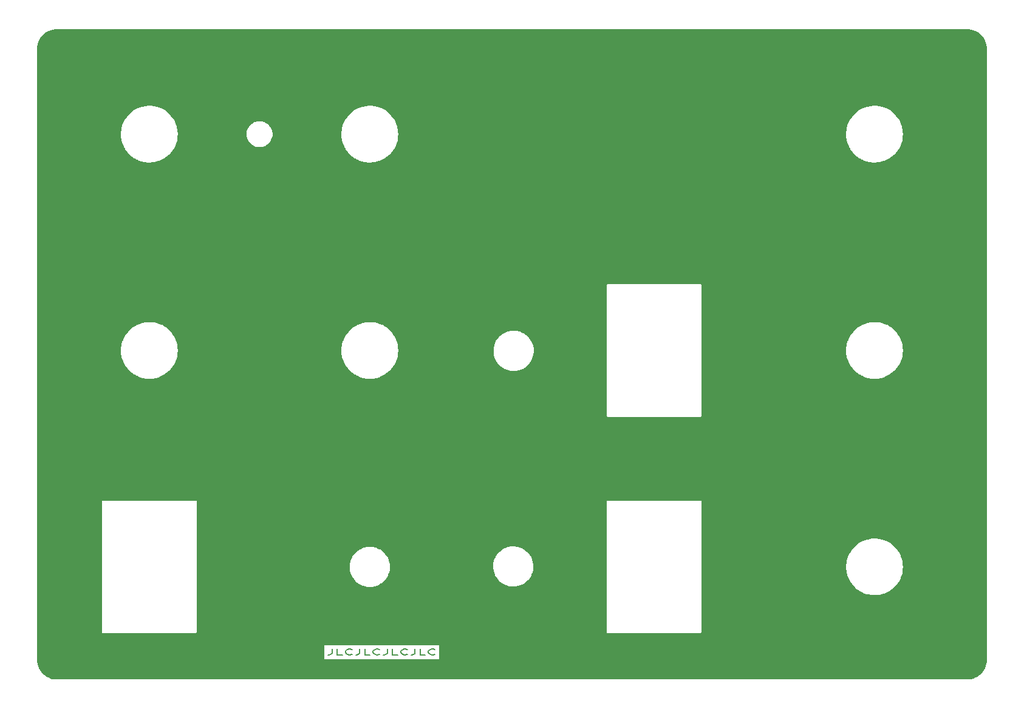
<source format=gbr>
%TF.GenerationSoftware,KiCad,Pcbnew,(6.0.7)*%
%TF.CreationDate,2023-11-07T16:40:30+11:00*%
%TF.ProjectId,Ekoplasm Kicad,456b6f70-6c61-4736-9d20-4b696361642e,rev?*%
%TF.SameCoordinates,Original*%
%TF.FileFunction,Copper,L2,Bot*%
%TF.FilePolarity,Positive*%
%FSLAX46Y46*%
G04 Gerber Fmt 4.6, Leading zero omitted, Abs format (unit mm)*
G04 Created by KiCad (PCBNEW (6.0.7)) date 2023-11-07 16:40:30*
%MOMM*%
%LPD*%
G01*
G04 APERTURE LIST*
%ADD10C,0.200000*%
%TA.AperFunction,NonConductor*%
%ADD11C,0.200000*%
%TD*%
%TA.AperFunction,ComponentPad*%
%ADD12C,3.500000*%
%TD*%
G04 APERTURE END LIST*
D10*
D11*
X284271428Y-255661904D02*
X284271428Y-256233333D01*
X284200000Y-256347619D01*
X284057142Y-256423809D01*
X283842857Y-256461904D01*
X283700000Y-256461904D01*
X285700000Y-256461904D02*
X284985714Y-256461904D01*
X284985714Y-255661904D01*
X287057142Y-256385714D02*
X286985714Y-256423809D01*
X286771428Y-256461904D01*
X286628571Y-256461904D01*
X286414285Y-256423809D01*
X286271428Y-256347619D01*
X286200000Y-256271428D01*
X286128571Y-256119047D01*
X286128571Y-256004761D01*
X286200000Y-255852380D01*
X286271428Y-255776190D01*
X286414285Y-255700000D01*
X286628571Y-255661904D01*
X286771428Y-255661904D01*
X286985714Y-255700000D01*
X287057142Y-255738095D01*
X288128571Y-255661904D02*
X288128571Y-256233333D01*
X288057142Y-256347619D01*
X287914285Y-256423809D01*
X287700000Y-256461904D01*
X287557142Y-256461904D01*
X289557142Y-256461904D02*
X288842857Y-256461904D01*
X288842857Y-255661904D01*
X290914285Y-256385714D02*
X290842857Y-256423809D01*
X290628571Y-256461904D01*
X290485714Y-256461904D01*
X290271428Y-256423809D01*
X290128571Y-256347619D01*
X290057142Y-256271428D01*
X289985714Y-256119047D01*
X289985714Y-256004761D01*
X290057142Y-255852380D01*
X290128571Y-255776190D01*
X290271428Y-255700000D01*
X290485714Y-255661904D01*
X290628571Y-255661904D01*
X290842857Y-255700000D01*
X290914285Y-255738095D01*
X291985714Y-255661904D02*
X291985714Y-256233333D01*
X291914285Y-256347619D01*
X291771428Y-256423809D01*
X291557142Y-256461904D01*
X291414285Y-256461904D01*
X293414285Y-256461904D02*
X292700000Y-256461904D01*
X292700000Y-255661904D01*
X294771428Y-256385714D02*
X294700000Y-256423809D01*
X294485714Y-256461904D01*
X294342857Y-256461904D01*
X294128571Y-256423809D01*
X293985714Y-256347619D01*
X293914285Y-256271428D01*
X293842857Y-256119047D01*
X293842857Y-256004761D01*
X293914285Y-255852380D01*
X293985714Y-255776190D01*
X294128571Y-255700000D01*
X294342857Y-255661904D01*
X294485714Y-255661904D01*
X294700000Y-255700000D01*
X294771428Y-255738095D01*
X295842857Y-255661904D02*
X295842857Y-256233333D01*
X295771428Y-256347619D01*
X295628571Y-256423809D01*
X295414285Y-256461904D01*
X295271428Y-256461904D01*
X297271428Y-256461904D02*
X296557142Y-256461904D01*
X296557142Y-255661904D01*
X298628571Y-256385714D02*
X298557142Y-256423809D01*
X298342857Y-256461904D01*
X298200000Y-256461904D01*
X297985714Y-256423809D01*
X297842857Y-256347619D01*
X297771428Y-256271428D01*
X297700000Y-256119047D01*
X297700000Y-256004761D01*
X297771428Y-255852380D01*
X297842857Y-255776190D01*
X297985714Y-255700000D01*
X298200000Y-255661904D01*
X298342857Y-255661904D01*
X298557142Y-255700000D01*
X298628571Y-255738095D01*
D12*
%TO.P,H2,1,1*%
%TO.N,GND*%
X367766000Y-176992000D03*
%TD*%
%TO.P,H2,1,1*%
%TO.N,GND*%
X250926000Y-176992000D03*
%TD*%
%TO.P,H2,1,1*%
%TO.N,GND*%
X274167000Y-252049000D03*
%TD*%
%TO.P,H2,1,1*%
%TO.N,GND*%
X344525000Y-252125200D03*
%TD*%
%TA.AperFunction,Conductor*%
%TO.N,GND*%
G36*
X372746242Y-169194466D02*
G01*
X372751811Y-169194476D01*
X372765641Y-169197656D01*
X372779481Y-169194524D01*
X372793670Y-169194549D01*
X372793669Y-169195161D01*
X372801608Y-169194500D01*
X372951047Y-169202892D01*
X373072384Y-169209706D01*
X373086416Y-169211287D01*
X373381972Y-169261504D01*
X373395743Y-169264647D01*
X373683820Y-169347641D01*
X373697151Y-169352306D01*
X373974125Y-169467032D01*
X373986848Y-169473159D01*
X374098841Y-169535056D01*
X374249228Y-169618172D01*
X374261192Y-169625689D01*
X374505691Y-169799170D01*
X374516738Y-169807980D01*
X374740269Y-170007740D01*
X374750260Y-170017731D01*
X374950020Y-170241262D01*
X374958830Y-170252309D01*
X375132311Y-170496808D01*
X375139828Y-170508772D01*
X375284839Y-170771148D01*
X375290970Y-170783879D01*
X375405692Y-171060843D01*
X375410359Y-171074180D01*
X375493353Y-171362257D01*
X375496496Y-171376028D01*
X375544235Y-171656998D01*
X375546712Y-171671579D01*
X375548294Y-171685620D01*
X375563469Y-171955825D01*
X375562803Y-171963621D01*
X375563549Y-171963622D01*
X375563524Y-171977813D01*
X375560344Y-171991641D01*
X375563475Y-172005480D01*
X375563467Y-172010311D01*
X375565500Y-172028504D01*
X375565500Y-257088120D01*
X375563534Y-257105442D01*
X375563524Y-257111011D01*
X375560344Y-257124841D01*
X375563476Y-257138681D01*
X375563451Y-257152870D01*
X375562839Y-257152869D01*
X375563500Y-257160808D01*
X375548294Y-257431580D01*
X375546713Y-257445616D01*
X375496497Y-257741168D01*
X375493353Y-257754943D01*
X375410359Y-258043020D01*
X375405692Y-258056357D01*
X375290970Y-258333321D01*
X375284839Y-258346052D01*
X375139828Y-258608428D01*
X375132311Y-258620392D01*
X374958830Y-258864891D01*
X374950020Y-258875938D01*
X374750260Y-259099469D01*
X374740269Y-259109460D01*
X374516738Y-259309220D01*
X374505691Y-259318030D01*
X374261192Y-259491511D01*
X374249228Y-259499028D01*
X374234987Y-259506899D01*
X373986848Y-259644041D01*
X373974125Y-259650168D01*
X373697151Y-259764894D01*
X373683820Y-259769559D01*
X373395743Y-259852553D01*
X373381972Y-259855696D01*
X373086416Y-259905913D01*
X373072384Y-259907494D01*
X372802172Y-259922669D01*
X372794379Y-259922003D01*
X372794378Y-259922749D01*
X372780187Y-259922724D01*
X372766359Y-259919544D01*
X372752520Y-259922675D01*
X372747689Y-259922667D01*
X372729496Y-259924700D01*
X245963080Y-259924700D01*
X245945758Y-259922734D01*
X245940189Y-259922724D01*
X245926359Y-259919544D01*
X245912519Y-259922676D01*
X245898330Y-259922651D01*
X245898331Y-259922039D01*
X245890392Y-259922700D01*
X245740953Y-259914308D01*
X245619616Y-259907494D01*
X245605584Y-259905913D01*
X245310028Y-259855696D01*
X245296257Y-259852553D01*
X245008180Y-259769559D01*
X244994849Y-259764894D01*
X244717875Y-259650168D01*
X244705152Y-259644041D01*
X244457013Y-259506899D01*
X244442772Y-259499028D01*
X244430808Y-259491511D01*
X244186309Y-259318030D01*
X244175262Y-259309220D01*
X243951731Y-259109460D01*
X243941740Y-259099469D01*
X243741980Y-258875938D01*
X243733170Y-258864891D01*
X243559689Y-258620392D01*
X243552172Y-258608428D01*
X243407161Y-258346052D01*
X243401030Y-258333321D01*
X243286308Y-258056357D01*
X243281641Y-258043020D01*
X243198647Y-257754943D01*
X243195503Y-257741168D01*
X243145287Y-257445616D01*
X243143706Y-257431580D01*
X243128548Y-257161656D01*
X243130382Y-257140097D01*
X243129227Y-257139964D01*
X243130043Y-257132874D01*
X243131655Y-257125918D01*
X243131656Y-257125200D01*
X243129654Y-257116425D01*
X243127186Y-257094500D01*
X283185215Y-257094500D01*
X299214786Y-257094500D01*
X299214786Y-255105500D01*
X283185215Y-255105500D01*
X283185215Y-257094500D01*
X243127186Y-257094500D01*
X243126500Y-257088410D01*
X243126500Y-235196057D01*
X252169644Y-235196057D01*
X252174500Y-235196057D01*
X252174500Y-253244508D01*
X252174455Y-253295963D01*
X252180597Y-253308754D01*
X252181713Y-253313667D01*
X252184350Y-253321217D01*
X252186532Y-253325751D01*
X252189688Y-253339585D01*
X252198529Y-253350680D01*
X252200875Y-253355554D01*
X252204546Y-253361406D01*
X252207912Y-253365638D01*
X252214052Y-253378424D01*
X252225131Y-253387284D01*
X252228265Y-253391224D01*
X252233916Y-253396885D01*
X252237852Y-253400027D01*
X252246695Y-253411124D01*
X252259477Y-253417289D01*
X252263704Y-253420663D01*
X252269547Y-253424342D01*
X252274410Y-253426693D01*
X252285492Y-253435556D01*
X252299320Y-253438736D01*
X252303851Y-253440926D01*
X252311397Y-253443576D01*
X252316307Y-253444700D01*
X252329087Y-253450865D01*
X252352155Y-253450885D01*
X252352153Y-253452910D01*
X252352219Y-253452926D01*
X252352219Y-253450900D01*
X252369108Y-253450900D01*
X252420563Y-253450945D01*
X252420559Y-253455750D01*
X252420657Y-253455756D01*
X252420657Y-253450900D01*
X265219108Y-253450900D01*
X265256374Y-253450933D01*
X265256376Y-253450933D01*
X265270563Y-253450945D01*
X265283354Y-253444803D01*
X265288267Y-253443687D01*
X265295817Y-253441050D01*
X265300351Y-253438868D01*
X265314185Y-253435712D01*
X265325280Y-253426871D01*
X265330154Y-253424525D01*
X265336006Y-253420854D01*
X265340238Y-253417488D01*
X265353024Y-253411348D01*
X265361884Y-253400269D01*
X265365824Y-253397135D01*
X265371485Y-253391484D01*
X265374627Y-253387548D01*
X265385724Y-253378705D01*
X265391889Y-253365923D01*
X265395263Y-253361696D01*
X265398942Y-253355853D01*
X265401293Y-253350990D01*
X265410156Y-253339908D01*
X265413336Y-253326080D01*
X265415526Y-253321549D01*
X265418176Y-253314003D01*
X265419300Y-253309093D01*
X265425465Y-253296313D01*
X265425485Y-253273245D01*
X265427510Y-253273247D01*
X265427526Y-253273181D01*
X265425500Y-253273181D01*
X265425500Y-253256292D01*
X265425545Y-253204837D01*
X265430350Y-253204841D01*
X265430356Y-253204743D01*
X265425500Y-253204743D01*
X265425500Y-252012949D01*
X272691900Y-252012949D01*
X272693118Y-252034067D01*
X272705820Y-252254355D01*
X272706955Y-252259392D01*
X272706956Y-252259398D01*
X272748267Y-252442709D01*
X272758980Y-252490247D01*
X272760924Y-252495033D01*
X272760925Y-252495038D01*
X272848010Y-252709501D01*
X272849954Y-252714288D01*
X272976298Y-252920462D01*
X273134619Y-253103233D01*
X273320665Y-253257692D01*
X273529440Y-253379690D01*
X273755337Y-253465952D01*
X273760403Y-253466983D01*
X273760404Y-253466983D01*
X273866255Y-253488518D01*
X273992290Y-253514160D01*
X274128396Y-253519151D01*
X274228771Y-253522832D01*
X274228775Y-253522832D01*
X274233935Y-253523021D01*
X274239055Y-253522365D01*
X274239057Y-253522365D01*
X274468654Y-253492953D01*
X274468655Y-253492953D01*
X274473782Y-253492296D01*
X274567741Y-253464107D01*
X274700437Y-253424296D01*
X274705390Y-253422810D01*
X274922540Y-253316430D01*
X274983081Y-253273247D01*
X275115196Y-253179010D01*
X275119399Y-253176012D01*
X275290680Y-253005327D01*
X275431785Y-252808959D01*
X275538922Y-252592183D01*
X275609216Y-252360818D01*
X275613200Y-252330555D01*
X275640341Y-252124402D01*
X275640342Y-252124396D01*
X275640778Y-252121080D01*
X275642540Y-252049000D01*
X275622727Y-251808006D01*
X275563819Y-251573484D01*
X275467398Y-251351732D01*
X275369811Y-251200885D01*
X275338863Y-251153046D01*
X275338861Y-251153043D01*
X275336055Y-251148706D01*
X275173316Y-250969858D01*
X274983551Y-250819991D01*
X274771858Y-250703130D01*
X274631190Y-250653317D01*
X274548795Y-250624139D01*
X274548791Y-250624138D01*
X274543920Y-250622413D01*
X274538827Y-250621506D01*
X274538824Y-250621505D01*
X274310950Y-250580914D01*
X274310944Y-250580913D01*
X274305861Y-250580008D01*
X274226039Y-250579033D01*
X274069242Y-250577117D01*
X274069240Y-250577117D01*
X274064072Y-250577054D01*
X273825047Y-250613630D01*
X273595205Y-250688754D01*
X273380720Y-250800408D01*
X273376587Y-250803511D01*
X273376584Y-250803513D01*
X273248880Y-250899396D01*
X273187350Y-250945594D01*
X273020290Y-251120413D01*
X272884025Y-251320169D01*
X272881851Y-251324852D01*
X272881849Y-251324856D01*
X272785071Y-251533348D01*
X272782216Y-251539499D01*
X272717596Y-251772511D01*
X272717047Y-251777648D01*
X272703668Y-251902838D01*
X272691900Y-252012949D01*
X265425500Y-252012949D01*
X265425500Y-244112285D01*
X286730138Y-244112285D01*
X286730233Y-244115915D01*
X286730233Y-244115917D01*
X286732445Y-244200400D01*
X286736985Y-244373752D01*
X286738592Y-244435137D01*
X286784098Y-244754877D01*
X286866053Y-245067269D01*
X286983369Y-245368170D01*
X287005306Y-245409601D01*
X287109320Y-245606049D01*
X287134493Y-245653593D01*
X287136545Y-245656578D01*
X287136550Y-245656587D01*
X287315364Y-245916763D01*
X287315370Y-245916770D01*
X287317421Y-245919755D01*
X287319809Y-245922492D01*
X287485413Y-246112328D01*
X287529728Y-246163128D01*
X287768601Y-246380486D01*
X288030874Y-246568948D01*
X288313070Y-246726016D01*
X288611448Y-246849608D01*
X288614942Y-246850603D01*
X288614944Y-246850604D01*
X288918554Y-246937090D01*
X288918559Y-246937091D01*
X288922055Y-246938087D01*
X289141264Y-246973984D01*
X289237192Y-246989693D01*
X289237196Y-246989693D01*
X289240772Y-246990279D01*
X289244398Y-246990450D01*
X289559749Y-247005321D01*
X289559750Y-247005321D01*
X289563376Y-247005492D01*
X289575707Y-247004651D01*
X289881960Y-246983774D01*
X289881968Y-246983773D01*
X289885591Y-246983526D01*
X289889167Y-246982863D01*
X289889169Y-246982863D01*
X290199580Y-246925332D01*
X290199584Y-246925331D01*
X290203145Y-246924671D01*
X290511830Y-246829707D01*
X290744884Y-246727403D01*
X290804232Y-246701351D01*
X290804236Y-246701349D01*
X290807555Y-246699892D01*
X290847410Y-246676603D01*
X291083259Y-246538784D01*
X291083261Y-246538783D01*
X291086399Y-246536949D01*
X291154059Y-246486149D01*
X291341761Y-246345219D01*
X291341765Y-246345216D01*
X291344668Y-246343036D01*
X291578936Y-246120723D01*
X291786101Y-245872957D01*
X291817646Y-245824934D01*
X291961427Y-245606049D01*
X291961432Y-245606040D01*
X291963414Y-245603023D01*
X292079060Y-245373087D01*
X292106900Y-245317734D01*
X292106903Y-245317726D01*
X292108527Y-245314498D01*
X292197765Y-245070646D01*
X292218269Y-245014616D01*
X292218270Y-245014612D01*
X292219517Y-245011205D01*
X292220362Y-245007683D01*
X292220365Y-245007675D01*
X292294064Y-244700695D01*
X292294065Y-244700691D01*
X292294911Y-244697166D01*
X292300631Y-244649895D01*
X292333374Y-244379322D01*
X292333374Y-244379316D01*
X292333710Y-244376543D01*
X292339246Y-244200400D01*
X292339085Y-244197604D01*
X292331236Y-244061485D01*
X306719938Y-244061485D01*
X306720033Y-244065115D01*
X306720033Y-244065117D01*
X306722245Y-244149600D01*
X306726785Y-244322952D01*
X306728392Y-244384337D01*
X306773898Y-244704077D01*
X306855853Y-245016469D01*
X306973169Y-245317370D01*
X306998272Y-245364782D01*
X307099120Y-245555249D01*
X307124293Y-245602793D01*
X307126345Y-245605778D01*
X307126350Y-245605787D01*
X307305164Y-245865963D01*
X307305170Y-245865970D01*
X307307221Y-245868955D01*
X307519528Y-246112328D01*
X307758401Y-246329686D01*
X308020674Y-246518148D01*
X308302870Y-246675216D01*
X308601248Y-246798808D01*
X308604742Y-246799803D01*
X308604744Y-246799804D01*
X308908354Y-246886290D01*
X308908359Y-246886291D01*
X308911855Y-246887287D01*
X309131064Y-246923184D01*
X309226992Y-246938893D01*
X309226996Y-246938893D01*
X309230572Y-246939479D01*
X309234198Y-246939650D01*
X309549549Y-246954521D01*
X309549550Y-246954521D01*
X309553176Y-246954692D01*
X309565507Y-246953851D01*
X309871760Y-246932974D01*
X309871768Y-246932973D01*
X309875391Y-246932726D01*
X309878967Y-246932063D01*
X309878969Y-246932063D01*
X310189380Y-246874532D01*
X310189384Y-246874531D01*
X310192945Y-246873871D01*
X310501630Y-246778907D01*
X310734684Y-246676603D01*
X310794032Y-246650551D01*
X310794036Y-246650549D01*
X310797355Y-246649092D01*
X310931477Y-246570718D01*
X311073059Y-246487984D01*
X311073061Y-246487983D01*
X311076199Y-246486149D01*
X311079108Y-246483965D01*
X311331561Y-246294419D01*
X311331565Y-246294416D01*
X311334468Y-246292236D01*
X311568736Y-246069923D01*
X311775901Y-245822157D01*
X311795598Y-245792171D01*
X311951227Y-245555249D01*
X311951232Y-245555240D01*
X311953214Y-245552223D01*
X312044165Y-245371388D01*
X312096700Y-245266934D01*
X312096703Y-245266926D01*
X312098327Y-245263698D01*
X312164192Y-245083715D01*
X312208069Y-244963816D01*
X312208070Y-244963812D01*
X312209317Y-244960405D01*
X312210162Y-244956883D01*
X312210165Y-244956875D01*
X312283864Y-244649895D01*
X312283865Y-244649891D01*
X312284711Y-244646366D01*
X312286982Y-244627600D01*
X312323174Y-244328522D01*
X312323174Y-244328516D01*
X312323510Y-244325743D01*
X312326582Y-244228015D01*
X312328958Y-244152396D01*
X312329046Y-244149600D01*
X312327104Y-244115917D01*
X312310664Y-243830793D01*
X312310663Y-243830788D01*
X312310455Y-243827173D01*
X312263794Y-243559820D01*
X312255552Y-243512593D01*
X312255550Y-243512586D01*
X312254928Y-243509020D01*
X312230665Y-243427107D01*
X312179282Y-243253642D01*
X312163202Y-243199357D01*
X312036492Y-242902289D01*
X311876477Y-242621754D01*
X311829520Y-242557829D01*
X311687422Y-242364386D01*
X311687420Y-242364383D01*
X311685279Y-242361469D01*
X311667817Y-242342677D01*
X311467899Y-242127540D01*
X311465432Y-242124885D01*
X311398215Y-242067476D01*
X311293998Y-241978467D01*
X311219849Y-241915138D01*
X310951786Y-241735007D01*
X310864163Y-241689781D01*
X310668016Y-241588542D01*
X310664796Y-241586880D01*
X310362683Y-241472721D01*
X310359162Y-241471837D01*
X310359157Y-241471835D01*
X310189939Y-241429331D01*
X310049451Y-241394043D01*
X310029605Y-241391430D01*
X309732855Y-241352362D01*
X309732847Y-241352361D01*
X309729251Y-241351888D01*
X309594881Y-241349777D01*
X309409970Y-241346872D01*
X309409966Y-241346872D01*
X309406328Y-241346815D01*
X309402713Y-241347176D01*
X309402708Y-241347176D01*
X309174932Y-241369911D01*
X309084963Y-241378891D01*
X308862763Y-241427339D01*
X308782481Y-241444843D01*
X308769414Y-241447692D01*
X308765987Y-241448865D01*
X308765981Y-241448867D01*
X308467295Y-241551130D01*
X308467290Y-241551132D01*
X308463864Y-241552305D01*
X308460596Y-241553864D01*
X308460588Y-241553867D01*
X308335698Y-241613437D01*
X308172362Y-241691344D01*
X307898774Y-241862966D01*
X307895940Y-241865236D01*
X307895935Y-241865240D01*
X307754605Y-241978467D01*
X307646724Y-242064896D01*
X307644171Y-242067476D01*
X307440299Y-242273495D01*
X307419554Y-242294458D01*
X307220274Y-242548608D01*
X307218381Y-242551697D01*
X307218379Y-242551700D01*
X307168906Y-242632433D01*
X307051527Y-242823979D01*
X306915548Y-243116920D01*
X306914408Y-243120367D01*
X306820268Y-243405021D01*
X306814140Y-243423549D01*
X306748648Y-243739801D01*
X306719938Y-244061485D01*
X292331236Y-244061485D01*
X292320864Y-243881593D01*
X292320863Y-243881588D01*
X292320655Y-243877973D01*
X292265128Y-243559820D01*
X292250081Y-243509020D01*
X292174434Y-243253642D01*
X292173402Y-243250157D01*
X292153221Y-243202842D01*
X292048114Y-242956423D01*
X292046692Y-242953089D01*
X291886677Y-242672554D01*
X291884533Y-242669635D01*
X291697622Y-242415186D01*
X291697620Y-242415183D01*
X291695479Y-242412269D01*
X291650984Y-242364386D01*
X291478099Y-242178340D01*
X291475632Y-242175685D01*
X291413396Y-242122530D01*
X291304198Y-242029267D01*
X291230049Y-241965938D01*
X290961986Y-241785807D01*
X290874363Y-241740581D01*
X290678216Y-241639342D01*
X290674996Y-241637680D01*
X290372883Y-241523521D01*
X290369362Y-241522637D01*
X290369357Y-241522635D01*
X290175754Y-241474006D01*
X290059651Y-241444843D01*
X290039805Y-241442230D01*
X289743055Y-241403162D01*
X289743047Y-241403161D01*
X289739451Y-241402688D01*
X289605081Y-241400577D01*
X289420170Y-241397672D01*
X289420166Y-241397672D01*
X289416528Y-241397615D01*
X289412913Y-241397976D01*
X289412908Y-241397976D01*
X289185132Y-241420711D01*
X289095163Y-241429691D01*
X288779614Y-241498492D01*
X288776187Y-241499665D01*
X288776181Y-241499667D01*
X288477495Y-241601930D01*
X288477490Y-241601932D01*
X288474064Y-241603105D01*
X288470796Y-241604664D01*
X288470788Y-241604667D01*
X288398091Y-241639342D01*
X288182562Y-241742144D01*
X287908974Y-241913766D01*
X287906140Y-241916036D01*
X287906135Y-241916040D01*
X287840914Y-241968292D01*
X287656924Y-242115696D01*
X287429754Y-242345258D01*
X287230474Y-242599408D01*
X287228581Y-242602497D01*
X287228579Y-242602500D01*
X287204293Y-242642132D01*
X287061727Y-242874779D01*
X286925748Y-243167720D01*
X286924608Y-243171167D01*
X286841141Y-243423549D01*
X286824340Y-243474349D01*
X286758848Y-243790601D01*
X286730138Y-244112285D01*
X265425500Y-244112285D01*
X265425500Y-235196057D01*
X322527644Y-235196057D01*
X322532500Y-235196057D01*
X322532500Y-253244508D01*
X322532455Y-253295963D01*
X322538597Y-253308754D01*
X322539713Y-253313667D01*
X322542350Y-253321217D01*
X322544532Y-253325751D01*
X322547688Y-253339585D01*
X322556529Y-253350680D01*
X322558875Y-253355554D01*
X322562546Y-253361406D01*
X322565912Y-253365638D01*
X322572052Y-253378424D01*
X322583131Y-253387284D01*
X322586265Y-253391224D01*
X322591916Y-253396885D01*
X322595852Y-253400027D01*
X322604695Y-253411124D01*
X322617477Y-253417289D01*
X322621704Y-253420663D01*
X322627547Y-253424342D01*
X322632410Y-253426693D01*
X322643492Y-253435556D01*
X322657320Y-253438736D01*
X322661851Y-253440926D01*
X322669397Y-253443576D01*
X322674307Y-253444700D01*
X322687087Y-253450865D01*
X322710155Y-253450885D01*
X322710153Y-253452910D01*
X322710219Y-253452926D01*
X322710219Y-253450900D01*
X322727108Y-253450900D01*
X322778563Y-253450945D01*
X322778559Y-253455750D01*
X322778657Y-253455756D01*
X322778657Y-253450900D01*
X335577108Y-253450900D01*
X335614374Y-253450933D01*
X335614376Y-253450933D01*
X335628563Y-253450945D01*
X335641354Y-253444803D01*
X335646267Y-253443687D01*
X335653817Y-253441050D01*
X335658351Y-253438868D01*
X335672185Y-253435712D01*
X335683280Y-253426871D01*
X335688154Y-253424525D01*
X335694006Y-253420854D01*
X335698238Y-253417488D01*
X335711024Y-253411348D01*
X335719884Y-253400269D01*
X335723824Y-253397135D01*
X335729485Y-253391484D01*
X335732627Y-253387548D01*
X335743724Y-253378705D01*
X335749889Y-253365923D01*
X335753263Y-253361696D01*
X335756942Y-253355853D01*
X335759293Y-253350990D01*
X335768156Y-253339908D01*
X335771336Y-253326080D01*
X335773526Y-253321549D01*
X335776176Y-253314003D01*
X335777300Y-253309093D01*
X335783465Y-253296313D01*
X335783485Y-253273245D01*
X335785510Y-253273247D01*
X335785526Y-253273181D01*
X335783500Y-253273181D01*
X335783500Y-253256292D01*
X335783545Y-253204837D01*
X335788350Y-253204841D01*
X335788356Y-253204743D01*
X335783500Y-253204743D01*
X335783500Y-252089149D01*
X343049900Y-252089149D01*
X343051118Y-252110267D01*
X343063820Y-252330555D01*
X343064955Y-252335592D01*
X343064956Y-252335598D01*
X343098401Y-252484005D01*
X343116980Y-252566447D01*
X343118924Y-252571233D01*
X343118925Y-252571238D01*
X343206010Y-252785701D01*
X343207954Y-252790488D01*
X343334298Y-252996662D01*
X343492619Y-253179433D01*
X343678665Y-253333892D01*
X343887440Y-253455890D01*
X343892265Y-253457732D01*
X343892266Y-253457733D01*
X343971246Y-253487892D01*
X344113337Y-253542152D01*
X344118403Y-253543183D01*
X344118404Y-253543183D01*
X344224255Y-253564718D01*
X344350290Y-253590360D01*
X344486396Y-253595351D01*
X344586771Y-253599032D01*
X344586775Y-253599032D01*
X344591935Y-253599221D01*
X344597055Y-253598565D01*
X344597057Y-253598565D01*
X344826654Y-253569153D01*
X344826655Y-253569153D01*
X344831782Y-253568496D01*
X344925741Y-253540307D01*
X345058437Y-253500496D01*
X345063390Y-253499010D01*
X345280540Y-253392630D01*
X345296098Y-253381533D01*
X345473196Y-253255210D01*
X345477399Y-253252212D01*
X345648680Y-253081527D01*
X345789785Y-252885159D01*
X345872058Y-252718692D01*
X345894628Y-252673025D01*
X345894629Y-252673023D01*
X345896922Y-252668383D01*
X345967216Y-252437018D01*
X345981232Y-252330555D01*
X345998341Y-252200602D01*
X345998342Y-252200596D01*
X345998778Y-252197280D01*
X346000540Y-252125200D01*
X345980727Y-251884206D01*
X345921819Y-251649684D01*
X345825398Y-251427932D01*
X345755683Y-251320169D01*
X345696863Y-251229246D01*
X345696861Y-251229243D01*
X345694055Y-251224906D01*
X345531316Y-251046058D01*
X345341551Y-250896191D01*
X345129858Y-250779330D01*
X345006374Y-250735602D01*
X344906795Y-250700339D01*
X344906791Y-250700338D01*
X344901920Y-250698613D01*
X344896827Y-250697706D01*
X344896824Y-250697705D01*
X344668950Y-250657114D01*
X344668944Y-250657113D01*
X344663861Y-250656208D01*
X344584039Y-250655233D01*
X344427242Y-250653317D01*
X344427240Y-250653317D01*
X344422072Y-250653254D01*
X344183047Y-250689830D01*
X343953205Y-250764954D01*
X343948613Y-250767344D01*
X343948614Y-250767344D01*
X343852283Y-250817491D01*
X343738720Y-250876608D01*
X343734587Y-250879711D01*
X343734584Y-250879713D01*
X343549485Y-251018689D01*
X343545350Y-251021794D01*
X343378290Y-251196613D01*
X343242025Y-251396369D01*
X343239851Y-251401052D01*
X343239849Y-251401056D01*
X343173269Y-251544491D01*
X343140216Y-251615699D01*
X343138832Y-251620691D01*
X343086885Y-251808006D01*
X343075596Y-251848711D01*
X343075047Y-251853848D01*
X343054191Y-252049000D01*
X343049900Y-252089149D01*
X335783500Y-252089149D01*
X335783500Y-244186592D01*
X355936447Y-244186592D01*
X355936597Y-244189774D01*
X355937098Y-244200400D01*
X355954595Y-244571424D01*
X355955301Y-244586397D01*
X355955773Y-244589554D01*
X355955773Y-244589556D01*
X355964791Y-244649895D01*
X356014462Y-244982249D01*
X356015248Y-244985331D01*
X356015248Y-244985333D01*
X356100704Y-245320588D01*
X356113323Y-245370096D01*
X356250872Y-245745967D01*
X356425701Y-246106014D01*
X356636021Y-246446550D01*
X356637964Y-246449083D01*
X356637966Y-246449085D01*
X356851528Y-246727403D01*
X356879677Y-246764088D01*
X357154174Y-247055378D01*
X357156579Y-247057462D01*
X357156585Y-247057467D01*
X357189481Y-247085962D01*
X357456704Y-247317437D01*
X357784167Y-247547582D01*
X357835119Y-247576175D01*
X358110042Y-247730455D01*
X358133211Y-247743457D01*
X358136126Y-247744724D01*
X358136129Y-247744726D01*
X358171586Y-247760143D01*
X358500263Y-247903056D01*
X358881565Y-248024744D01*
X359094336Y-248069582D01*
X359270092Y-248106620D01*
X359270097Y-248106621D01*
X359273211Y-248107277D01*
X359671194Y-248149809D01*
X359674382Y-248149826D01*
X359674387Y-248149826D01*
X359855973Y-248150777D01*
X360071437Y-248151905D01*
X360222994Y-248137312D01*
X360466678Y-248113848D01*
X360466683Y-248113847D01*
X360469843Y-248113543D01*
X360472962Y-248112920D01*
X360472967Y-248112919D01*
X360666454Y-248074256D01*
X360862332Y-248035116D01*
X361156118Y-247944736D01*
X361241845Y-247918363D01*
X361241848Y-247918362D01*
X361244887Y-247917427D01*
X361247815Y-247916190D01*
X361247821Y-247916188D01*
X361413986Y-247845996D01*
X361613590Y-247761680D01*
X361616393Y-247760146D01*
X361616398Y-247760143D01*
X361776782Y-247672335D01*
X361964667Y-247569471D01*
X362294522Y-247342768D01*
X362296961Y-247340700D01*
X362296967Y-247340695D01*
X362597338Y-247085962D01*
X362599779Y-247083892D01*
X362601985Y-247081600D01*
X362601991Y-247081594D01*
X362802912Y-246872805D01*
X362877312Y-246795492D01*
X363124280Y-246480522D01*
X363219635Y-246329686D01*
X363284951Y-246226365D01*
X363338153Y-246142208D01*
X363339573Y-246139360D01*
X363339578Y-246139351D01*
X363515323Y-245786859D01*
X363516743Y-245784011D01*
X363658221Y-245409601D01*
X363668733Y-245370096D01*
X363750241Y-245063766D01*
X363761138Y-245022811D01*
X363763563Y-245007675D01*
X363805423Y-244746331D01*
X363824441Y-244627600D01*
X363847481Y-244228015D01*
X363847577Y-244200400D01*
X363847436Y-244197604D01*
X363827488Y-243803837D01*
X363827487Y-243803832D01*
X363827327Y-243800664D01*
X363782699Y-243509020D01*
X363767269Y-243408181D01*
X363767267Y-243408172D01*
X363766785Y-243405021D01*
X363713597Y-243199357D01*
X363667368Y-243020601D01*
X363667365Y-243020593D01*
X363666571Y-243017521D01*
X363660600Y-243001379D01*
X363528820Y-242645129D01*
X363528817Y-242645123D01*
X363527711Y-242642132D01*
X363351626Y-242282698D01*
X363246655Y-242114056D01*
X363141806Y-241945608D01*
X363141798Y-241945597D01*
X363140119Y-241942899D01*
X362994767Y-241754835D01*
X362897308Y-241628737D01*
X362897303Y-241628732D01*
X362895356Y-241626212D01*
X362872313Y-241601930D01*
X362622042Y-241338199D01*
X362622039Y-241338197D01*
X362619843Y-241335882D01*
X362608794Y-241326378D01*
X362318816Y-241076958D01*
X362318813Y-241076956D01*
X362316401Y-241074881D01*
X361988136Y-240845880D01*
X361638410Y-240651225D01*
X361635490Y-240649967D01*
X361635485Y-240649965D01*
X361273738Y-240494172D01*
X361273728Y-240494168D01*
X361270804Y-240492909D01*
X360889080Y-240372552D01*
X360607854Y-240314313D01*
X360500272Y-240292034D01*
X360500269Y-240292034D01*
X360497147Y-240291387D01*
X360191738Y-240259826D01*
X360102175Y-240250570D01*
X360102172Y-240250570D01*
X360099019Y-240250244D01*
X360095852Y-240250238D01*
X360095843Y-240250238D01*
X359898515Y-240249894D01*
X359698771Y-240249545D01*
X359398479Y-240279518D01*
X359303686Y-240288980D01*
X359303684Y-240288980D01*
X359300501Y-240289298D01*
X359297361Y-240289937D01*
X359297360Y-240289937D01*
X358911422Y-240368457D01*
X358911415Y-240368459D01*
X358908288Y-240369095D01*
X358526146Y-240488119D01*
X358523218Y-240489368D01*
X358160919Y-240643901D01*
X358160915Y-240643903D01*
X358157989Y-240645151D01*
X358155210Y-240646685D01*
X358155204Y-240646688D01*
X358112350Y-240670345D01*
X357807586Y-240838584D01*
X357804965Y-240840399D01*
X357804960Y-240840402D01*
X357797049Y-240845880D01*
X357478524Y-241066437D01*
X357174172Y-241326378D01*
X357171972Y-241328680D01*
X357171969Y-241328683D01*
X357101303Y-241402631D01*
X356897648Y-241615744D01*
X356895691Y-241618258D01*
X356895690Y-241618259D01*
X356662744Y-241917492D01*
X356651781Y-241931574D01*
X356650085Y-241934278D01*
X356650082Y-241934282D01*
X356569573Y-242062625D01*
X356439090Y-242270634D01*
X356261751Y-242629451D01*
X356121581Y-243004353D01*
X356020015Y-243391500D01*
X356014439Y-243427107D01*
X355964907Y-243743412D01*
X355958092Y-243786930D01*
X355957921Y-243790092D01*
X355957920Y-243790099D01*
X355943026Y-244065117D01*
X355936447Y-244186592D01*
X335783500Y-244186592D01*
X335783500Y-235156292D01*
X335783545Y-235104837D01*
X335777403Y-235092046D01*
X335776287Y-235087133D01*
X335773650Y-235079583D01*
X335771468Y-235075049D01*
X335768312Y-235061215D01*
X335759471Y-235050120D01*
X335757125Y-235045246D01*
X335753454Y-235039394D01*
X335750088Y-235035162D01*
X335743948Y-235022376D01*
X335732869Y-235013516D01*
X335729735Y-235009576D01*
X335724084Y-235003915D01*
X335720148Y-235000773D01*
X335711305Y-234989676D01*
X335698523Y-234983511D01*
X335694296Y-234980137D01*
X335688453Y-234976458D01*
X335683590Y-234974107D01*
X335672508Y-234965244D01*
X335658680Y-234962064D01*
X335654149Y-234959874D01*
X335646603Y-234957224D01*
X335641693Y-234956100D01*
X335628913Y-234949935D01*
X335605845Y-234949915D01*
X335605847Y-234947890D01*
X335605781Y-234947874D01*
X335605781Y-234949900D01*
X335588892Y-234949900D01*
X335537437Y-234949855D01*
X335537441Y-234945050D01*
X335537343Y-234945044D01*
X335537343Y-234949900D01*
X322738892Y-234949900D01*
X322701626Y-234949867D01*
X322701624Y-234949867D01*
X322687437Y-234949855D01*
X322674646Y-234955997D01*
X322669733Y-234957113D01*
X322662183Y-234959750D01*
X322657649Y-234961932D01*
X322643815Y-234965088D01*
X322632720Y-234973929D01*
X322627846Y-234976275D01*
X322621994Y-234979946D01*
X322617762Y-234983312D01*
X322604976Y-234989452D01*
X322596116Y-235000531D01*
X322592176Y-235003665D01*
X322586515Y-235009316D01*
X322583373Y-235013252D01*
X322572276Y-235022095D01*
X322566111Y-235034877D01*
X322562737Y-235039104D01*
X322559058Y-235044947D01*
X322556707Y-235049810D01*
X322547844Y-235060892D01*
X322544664Y-235074720D01*
X322542474Y-235079251D01*
X322539824Y-235086797D01*
X322538700Y-235091707D01*
X322532535Y-235104487D01*
X322532515Y-235127555D01*
X322530490Y-235127553D01*
X322530474Y-235127619D01*
X322532500Y-235127619D01*
X322532500Y-235144508D01*
X322532455Y-235195963D01*
X322527650Y-235195959D01*
X322527644Y-235196057D01*
X265425500Y-235196057D01*
X265425500Y-235156292D01*
X265425545Y-235104837D01*
X265419403Y-235092046D01*
X265418287Y-235087133D01*
X265415650Y-235079583D01*
X265413468Y-235075049D01*
X265410312Y-235061215D01*
X265401471Y-235050120D01*
X265399125Y-235045246D01*
X265395454Y-235039394D01*
X265392088Y-235035162D01*
X265385948Y-235022376D01*
X265374869Y-235013516D01*
X265371735Y-235009576D01*
X265366084Y-235003915D01*
X265362148Y-235000773D01*
X265353305Y-234989676D01*
X265340523Y-234983511D01*
X265336296Y-234980137D01*
X265330453Y-234976458D01*
X265325590Y-234974107D01*
X265314508Y-234965244D01*
X265300680Y-234962064D01*
X265296149Y-234959874D01*
X265288603Y-234957224D01*
X265283693Y-234956100D01*
X265270913Y-234949935D01*
X265247845Y-234949915D01*
X265247847Y-234947890D01*
X265247781Y-234947874D01*
X265247781Y-234949900D01*
X265230892Y-234949900D01*
X265179437Y-234949855D01*
X265179441Y-234945050D01*
X265179343Y-234945044D01*
X265179343Y-234949900D01*
X252380892Y-234949900D01*
X252343626Y-234949867D01*
X252343624Y-234949867D01*
X252329437Y-234949855D01*
X252316646Y-234955997D01*
X252311733Y-234957113D01*
X252304183Y-234959750D01*
X252299649Y-234961932D01*
X252285815Y-234965088D01*
X252274720Y-234973929D01*
X252269846Y-234976275D01*
X252263994Y-234979946D01*
X252259762Y-234983312D01*
X252246976Y-234989452D01*
X252238116Y-235000531D01*
X252234176Y-235003665D01*
X252228515Y-235009316D01*
X252225373Y-235013252D01*
X252214276Y-235022095D01*
X252208111Y-235034877D01*
X252204737Y-235039104D01*
X252201058Y-235044947D01*
X252198707Y-235049810D01*
X252189844Y-235060892D01*
X252186664Y-235074720D01*
X252184474Y-235079251D01*
X252181824Y-235086797D01*
X252180700Y-235091707D01*
X252174535Y-235104487D01*
X252174515Y-235127555D01*
X252172490Y-235127553D01*
X252172474Y-235127619D01*
X252174500Y-235127619D01*
X252174500Y-235144508D01*
X252174455Y-235195963D01*
X252169650Y-235195959D01*
X252169644Y-235196057D01*
X243126500Y-235196057D01*
X243126500Y-214011392D01*
X254844447Y-214011392D01*
X254844597Y-214014574D01*
X254845098Y-214025200D01*
X254862595Y-214396224D01*
X254863301Y-214411197D01*
X254922462Y-214807049D01*
X254923248Y-214810131D01*
X254923248Y-214810133D01*
X254942792Y-214886805D01*
X255021323Y-215194896D01*
X255040386Y-215246988D01*
X255126260Y-215481649D01*
X255158872Y-215570767D01*
X255160264Y-215573633D01*
X255330804Y-215924847D01*
X255333701Y-215930814D01*
X255544021Y-216271350D01*
X255545964Y-216273883D01*
X255545966Y-216273885D01*
X255775994Y-216573662D01*
X255787677Y-216588888D01*
X256062174Y-216880178D01*
X256064579Y-216882262D01*
X256064585Y-216882267D01*
X256097481Y-216910762D01*
X256364704Y-217142237D01*
X256692167Y-217372382D01*
X256743119Y-217400975D01*
X257018042Y-217555255D01*
X257041211Y-217568257D01*
X257044126Y-217569524D01*
X257044129Y-217569526D01*
X257079586Y-217584943D01*
X257408263Y-217727856D01*
X257789565Y-217849544D01*
X258002336Y-217894382D01*
X258178092Y-217931420D01*
X258178097Y-217931421D01*
X258181211Y-217932077D01*
X258579194Y-217974609D01*
X258582382Y-217974626D01*
X258582387Y-217974626D01*
X258763973Y-217975577D01*
X258979437Y-217976705D01*
X259130994Y-217962112D01*
X259374678Y-217938648D01*
X259374683Y-217938647D01*
X259377843Y-217938343D01*
X259380962Y-217937720D01*
X259380967Y-217937719D01*
X259574454Y-217899056D01*
X259770332Y-217859916D01*
X260064118Y-217769536D01*
X260149845Y-217743163D01*
X260149848Y-217743162D01*
X260152887Y-217742227D01*
X260155815Y-217740990D01*
X260155821Y-217740988D01*
X260321986Y-217670796D01*
X260521590Y-217586480D01*
X260524393Y-217584946D01*
X260524398Y-217584943D01*
X260684782Y-217497135D01*
X260872667Y-217394271D01*
X261202522Y-217167568D01*
X261204961Y-217165500D01*
X261204967Y-217165495D01*
X261505338Y-216910762D01*
X261507779Y-216908692D01*
X261509985Y-216906400D01*
X261509991Y-216906394D01*
X261783105Y-216622585D01*
X261785312Y-216620292D01*
X262032280Y-216305322D01*
X262246153Y-215967008D01*
X262247573Y-215964160D01*
X262247578Y-215964151D01*
X262423323Y-215611659D01*
X262424743Y-215608811D01*
X262566221Y-215234401D01*
X262576733Y-215194896D01*
X262658709Y-214886805D01*
X262669138Y-214847611D01*
X262676140Y-214803901D01*
X262731936Y-214455551D01*
X262732441Y-214452400D01*
X262755481Y-214052815D01*
X262755577Y-214025200D01*
X262754878Y-214011392D01*
X285578447Y-214011392D01*
X285578597Y-214014574D01*
X285579098Y-214025200D01*
X285596595Y-214396224D01*
X285597301Y-214411197D01*
X285656462Y-214807049D01*
X285657248Y-214810131D01*
X285657248Y-214810133D01*
X285676792Y-214886805D01*
X285755323Y-215194896D01*
X285774386Y-215246988D01*
X285860260Y-215481649D01*
X285892872Y-215570767D01*
X285894264Y-215573633D01*
X286064804Y-215924847D01*
X286067701Y-215930814D01*
X286278021Y-216271350D01*
X286279964Y-216273883D01*
X286279966Y-216273885D01*
X286509994Y-216573662D01*
X286521677Y-216588888D01*
X286796174Y-216880178D01*
X286798579Y-216882262D01*
X286798585Y-216882267D01*
X286831481Y-216910762D01*
X287098704Y-217142237D01*
X287426167Y-217372382D01*
X287477119Y-217400975D01*
X287752042Y-217555255D01*
X287775211Y-217568257D01*
X287778126Y-217569524D01*
X287778129Y-217569526D01*
X287813586Y-217584943D01*
X288142263Y-217727856D01*
X288523565Y-217849544D01*
X288736336Y-217894382D01*
X288912092Y-217931420D01*
X288912097Y-217931421D01*
X288915211Y-217932077D01*
X289313194Y-217974609D01*
X289316382Y-217974626D01*
X289316387Y-217974626D01*
X289497973Y-217975577D01*
X289713437Y-217976705D01*
X289864994Y-217962112D01*
X290108678Y-217938648D01*
X290108683Y-217938647D01*
X290111843Y-217938343D01*
X290114962Y-217937720D01*
X290114967Y-217937719D01*
X290308454Y-217899056D01*
X290504332Y-217859916D01*
X290798118Y-217769536D01*
X290883845Y-217743163D01*
X290883848Y-217743162D01*
X290886887Y-217742227D01*
X290889815Y-217740990D01*
X290889821Y-217740988D01*
X291055986Y-217670796D01*
X291255590Y-217586480D01*
X291258393Y-217584946D01*
X291258398Y-217584943D01*
X291418782Y-217497135D01*
X291606667Y-217394271D01*
X291936522Y-217167568D01*
X291938961Y-217165500D01*
X291938967Y-217165495D01*
X292239338Y-216910762D01*
X292241779Y-216908692D01*
X292243985Y-216906400D01*
X292243991Y-216906394D01*
X292517105Y-216622585D01*
X292519312Y-216620292D01*
X292766280Y-216305322D01*
X292980153Y-215967008D01*
X292981573Y-215964160D01*
X292981578Y-215964151D01*
X293157323Y-215611659D01*
X293158743Y-215608811D01*
X293300221Y-215234401D01*
X293310733Y-215194896D01*
X293392709Y-214886805D01*
X293403138Y-214847611D01*
X293410140Y-214803901D01*
X293465936Y-214455551D01*
X293466441Y-214452400D01*
X293489481Y-214052815D01*
X293489577Y-214025200D01*
X293487687Y-213987885D01*
X306770738Y-213987885D01*
X306770833Y-213991515D01*
X306770833Y-213991517D01*
X306773045Y-214076000D01*
X306777585Y-214249352D01*
X306779192Y-214310737D01*
X306824698Y-214630477D01*
X306906653Y-214942869D01*
X306907970Y-214946246D01*
X307019117Y-215231324D01*
X307023969Y-215243770D01*
X307025673Y-215246988D01*
X307149920Y-215481649D01*
X307175093Y-215529193D01*
X307177145Y-215532178D01*
X307177150Y-215532187D01*
X307355964Y-215792363D01*
X307355970Y-215792370D01*
X307358021Y-215795355D01*
X307570328Y-216038728D01*
X307809201Y-216256086D01*
X308071474Y-216444548D01*
X308353670Y-216601616D01*
X308652048Y-216725208D01*
X308655542Y-216726203D01*
X308655544Y-216726204D01*
X308959154Y-216812690D01*
X308959159Y-216812691D01*
X308962655Y-216813687D01*
X309181864Y-216849584D01*
X309277792Y-216865293D01*
X309277796Y-216865293D01*
X309281372Y-216865879D01*
X309284998Y-216866050D01*
X309600349Y-216880921D01*
X309600350Y-216880921D01*
X309603976Y-216881092D01*
X309617383Y-216880178D01*
X309922560Y-216859374D01*
X309922568Y-216859373D01*
X309926191Y-216859126D01*
X309929767Y-216858463D01*
X309929769Y-216858463D01*
X310240180Y-216800932D01*
X310240184Y-216800931D01*
X310243745Y-216800271D01*
X310552430Y-216705307D01*
X310785484Y-216603003D01*
X310844832Y-216576951D01*
X310844836Y-216576949D01*
X310848155Y-216575492D01*
X311126999Y-216412549D01*
X311311683Y-216273885D01*
X311382361Y-216220819D01*
X311382365Y-216220816D01*
X311385268Y-216218636D01*
X311619536Y-215996323D01*
X311826701Y-215748557D01*
X311920453Y-215605833D01*
X312002027Y-215481649D01*
X312002032Y-215481640D01*
X312004014Y-215478623D01*
X312076571Y-215334360D01*
X312147500Y-215193334D01*
X312147503Y-215193326D01*
X312149127Y-215190098D01*
X312238365Y-214946246D01*
X312258869Y-214890216D01*
X312258870Y-214890212D01*
X312260117Y-214886805D01*
X312260962Y-214883283D01*
X312260965Y-214883275D01*
X312334664Y-214576295D01*
X312334665Y-214576291D01*
X312335511Y-214572766D01*
X312335948Y-214569156D01*
X312373974Y-214254922D01*
X312373974Y-214254916D01*
X312374310Y-214252143D01*
X312379846Y-214076000D01*
X312374975Y-213991517D01*
X312361464Y-213757193D01*
X312361463Y-213757188D01*
X312361255Y-213753573D01*
X312305728Y-213435420D01*
X312281465Y-213353507D01*
X312215034Y-213129242D01*
X312214002Y-213125757D01*
X312087292Y-212828689D01*
X311927277Y-212548154D01*
X311925133Y-212545235D01*
X311738222Y-212290786D01*
X311738220Y-212290783D01*
X311736079Y-212287869D01*
X311516232Y-212051285D01*
X311449015Y-211993876D01*
X311273405Y-211843892D01*
X311270649Y-211841538D01*
X311002586Y-211661407D01*
X310914963Y-211616181D01*
X310718816Y-211514942D01*
X310715596Y-211513280D01*
X310413483Y-211399121D01*
X310409962Y-211398237D01*
X310409957Y-211398235D01*
X310260033Y-211360577D01*
X310100251Y-211320443D01*
X310080405Y-211317830D01*
X309783655Y-211278762D01*
X309783647Y-211278761D01*
X309780051Y-211278288D01*
X309645681Y-211276177D01*
X309460770Y-211273272D01*
X309460766Y-211273272D01*
X309457128Y-211273215D01*
X309453513Y-211273576D01*
X309453508Y-211273576D01*
X309225732Y-211296311D01*
X309135763Y-211305291D01*
X308820214Y-211374092D01*
X308816787Y-211375265D01*
X308816781Y-211375267D01*
X308518095Y-211477530D01*
X308518090Y-211477532D01*
X308514664Y-211478705D01*
X308511396Y-211480264D01*
X308511388Y-211480267D01*
X308438691Y-211514942D01*
X308223162Y-211617744D01*
X307949574Y-211789366D01*
X307946740Y-211791636D01*
X307946735Y-211791640D01*
X307881514Y-211843892D01*
X307697524Y-211991296D01*
X307470354Y-212220858D01*
X307271074Y-212475008D01*
X307102327Y-212750379D01*
X306966348Y-213043320D01*
X306965208Y-213046767D01*
X306885687Y-213287217D01*
X306864940Y-213349949D01*
X306799448Y-213666201D01*
X306770738Y-213987885D01*
X293487687Y-213987885D01*
X293487504Y-213984264D01*
X293469488Y-213628637D01*
X293469487Y-213628632D01*
X293469327Y-213625464D01*
X293408785Y-213229821D01*
X293330818Y-212928344D01*
X293309368Y-212845401D01*
X293309365Y-212845393D01*
X293308571Y-212842321D01*
X293303700Y-212829153D01*
X293170820Y-212469929D01*
X293170817Y-212469923D01*
X293169711Y-212466932D01*
X292993626Y-212107498D01*
X292867499Y-211904867D01*
X292783806Y-211770408D01*
X292783798Y-211770397D01*
X292782119Y-211767699D01*
X292558760Y-211478705D01*
X292539308Y-211453537D01*
X292539303Y-211453532D01*
X292537356Y-211451012D01*
X292488113Y-211399121D01*
X292264042Y-211162999D01*
X292264039Y-211162997D01*
X292261843Y-211160682D01*
X292250794Y-211151178D01*
X291960816Y-210901758D01*
X291960813Y-210901756D01*
X291958401Y-210899681D01*
X291630136Y-210670680D01*
X291280410Y-210476025D01*
X291277490Y-210474767D01*
X291277485Y-210474765D01*
X290915738Y-210318972D01*
X290915728Y-210318968D01*
X290912804Y-210317709D01*
X290531080Y-210197352D01*
X290249854Y-210139113D01*
X290142272Y-210116834D01*
X290142269Y-210116834D01*
X290139147Y-210116187D01*
X289833738Y-210084626D01*
X289744175Y-210075370D01*
X289744172Y-210075370D01*
X289741019Y-210075044D01*
X289737852Y-210075038D01*
X289737843Y-210075038D01*
X289540515Y-210074694D01*
X289340771Y-210074345D01*
X289040480Y-210104318D01*
X288945686Y-210113780D01*
X288945684Y-210113780D01*
X288942501Y-210114098D01*
X288939361Y-210114737D01*
X288939360Y-210114737D01*
X288553422Y-210193257D01*
X288553415Y-210193259D01*
X288550288Y-210193895D01*
X288168146Y-210312919D01*
X288165218Y-210314168D01*
X287802919Y-210468701D01*
X287802915Y-210468703D01*
X287799989Y-210469951D01*
X287797210Y-210471485D01*
X287797204Y-210471488D01*
X287754350Y-210495145D01*
X287449586Y-210663384D01*
X287446965Y-210665199D01*
X287446960Y-210665202D01*
X287439049Y-210670680D01*
X287120524Y-210891237D01*
X286816172Y-211151178D01*
X286813972Y-211153480D01*
X286813969Y-211153483D01*
X286699206Y-211273576D01*
X286539648Y-211440544D01*
X286537691Y-211443058D01*
X286537690Y-211443059D01*
X286367711Y-211661407D01*
X286293781Y-211756374D01*
X286292085Y-211759078D01*
X286292082Y-211759082D01*
X286274299Y-211787431D01*
X286081090Y-212095434D01*
X285903751Y-212454251D01*
X285902637Y-212457232D01*
X285902636Y-212457233D01*
X285868642Y-212548154D01*
X285763581Y-212829153D01*
X285662015Y-213216300D01*
X285641086Y-213349949D01*
X285627702Y-213435420D01*
X285600092Y-213611730D01*
X285599921Y-213614892D01*
X285599920Y-213614899D01*
X285599348Y-213625464D01*
X285578447Y-214011392D01*
X262754878Y-214011392D01*
X262753504Y-213984264D01*
X262735488Y-213628637D01*
X262735487Y-213628632D01*
X262735327Y-213625464D01*
X262674785Y-213229821D01*
X262596818Y-212928344D01*
X262575368Y-212845401D01*
X262575365Y-212845393D01*
X262574571Y-212842321D01*
X262569700Y-212829153D01*
X262436820Y-212469929D01*
X262436817Y-212469923D01*
X262435711Y-212466932D01*
X262259626Y-212107498D01*
X262133499Y-211904867D01*
X262049806Y-211770408D01*
X262049798Y-211770397D01*
X262048119Y-211767699D01*
X261824760Y-211478705D01*
X261805308Y-211453537D01*
X261805303Y-211453532D01*
X261803356Y-211451012D01*
X261754113Y-211399121D01*
X261530042Y-211162999D01*
X261530039Y-211162997D01*
X261527843Y-211160682D01*
X261516794Y-211151178D01*
X261226816Y-210901758D01*
X261226813Y-210901756D01*
X261224401Y-210899681D01*
X260896136Y-210670680D01*
X260546410Y-210476025D01*
X260543490Y-210474767D01*
X260543485Y-210474765D01*
X260181738Y-210318972D01*
X260181728Y-210318968D01*
X260178804Y-210317709D01*
X259797080Y-210197352D01*
X259515854Y-210139113D01*
X259408272Y-210116834D01*
X259408269Y-210116834D01*
X259405147Y-210116187D01*
X259099738Y-210084626D01*
X259010175Y-210075370D01*
X259010172Y-210075370D01*
X259007019Y-210075044D01*
X259003852Y-210075038D01*
X259003843Y-210075038D01*
X258806515Y-210074694D01*
X258606771Y-210074345D01*
X258306480Y-210104318D01*
X258211686Y-210113780D01*
X258211684Y-210113780D01*
X258208501Y-210114098D01*
X258205361Y-210114737D01*
X258205360Y-210114737D01*
X257819422Y-210193257D01*
X257819415Y-210193259D01*
X257816288Y-210193895D01*
X257434146Y-210312919D01*
X257431218Y-210314168D01*
X257068919Y-210468701D01*
X257068915Y-210468703D01*
X257065989Y-210469951D01*
X257063210Y-210471485D01*
X257063204Y-210471488D01*
X257020350Y-210495145D01*
X256715586Y-210663384D01*
X256712965Y-210665199D01*
X256712960Y-210665202D01*
X256705049Y-210670680D01*
X256386524Y-210891237D01*
X256082172Y-211151178D01*
X256079972Y-211153480D01*
X256079969Y-211153483D01*
X255965206Y-211273576D01*
X255805648Y-211440544D01*
X255803691Y-211443058D01*
X255803690Y-211443059D01*
X255633711Y-211661407D01*
X255559781Y-211756374D01*
X255558085Y-211759078D01*
X255558082Y-211759082D01*
X255540299Y-211787431D01*
X255347090Y-212095434D01*
X255169751Y-212454251D01*
X255168637Y-212457232D01*
X255168636Y-212457233D01*
X255134642Y-212548154D01*
X255029581Y-212829153D01*
X254928015Y-213216300D01*
X254907086Y-213349949D01*
X254893702Y-213435420D01*
X254866092Y-213611730D01*
X254865921Y-213614892D01*
X254865920Y-213614899D01*
X254865348Y-213625464D01*
X254844447Y-214011392D01*
X243126500Y-214011392D01*
X243126500Y-205020857D01*
X322527644Y-205020857D01*
X322532500Y-205020857D01*
X322532500Y-223069308D01*
X322532455Y-223120763D01*
X322538597Y-223133554D01*
X322539713Y-223138467D01*
X322542350Y-223146017D01*
X322544532Y-223150551D01*
X322547688Y-223164385D01*
X322556529Y-223175480D01*
X322558875Y-223180354D01*
X322562546Y-223186206D01*
X322565912Y-223190438D01*
X322572052Y-223203224D01*
X322583131Y-223212084D01*
X322586265Y-223216024D01*
X322591916Y-223221685D01*
X322595852Y-223224827D01*
X322604695Y-223235924D01*
X322617477Y-223242089D01*
X322621704Y-223245463D01*
X322627547Y-223249142D01*
X322632410Y-223251493D01*
X322643492Y-223260356D01*
X322657320Y-223263536D01*
X322661851Y-223265726D01*
X322669397Y-223268376D01*
X322674307Y-223269500D01*
X322687087Y-223275665D01*
X322710155Y-223275685D01*
X322710153Y-223277710D01*
X322710219Y-223277726D01*
X322710219Y-223275700D01*
X322727108Y-223275700D01*
X322778563Y-223275745D01*
X322778559Y-223280550D01*
X322778657Y-223280556D01*
X322778657Y-223275700D01*
X335577108Y-223275700D01*
X335614374Y-223275733D01*
X335614376Y-223275733D01*
X335628563Y-223275745D01*
X335641354Y-223269603D01*
X335646267Y-223268487D01*
X335653817Y-223265850D01*
X335658351Y-223263668D01*
X335672185Y-223260512D01*
X335683280Y-223251671D01*
X335688154Y-223249325D01*
X335694006Y-223245654D01*
X335698238Y-223242288D01*
X335711024Y-223236148D01*
X335719884Y-223225069D01*
X335723824Y-223221935D01*
X335729485Y-223216284D01*
X335732627Y-223212348D01*
X335743724Y-223203505D01*
X335749889Y-223190723D01*
X335753263Y-223186496D01*
X335756942Y-223180653D01*
X335759293Y-223175790D01*
X335768156Y-223164708D01*
X335771336Y-223150880D01*
X335773526Y-223146349D01*
X335776176Y-223138803D01*
X335777300Y-223133893D01*
X335783465Y-223121113D01*
X335783485Y-223098045D01*
X335785510Y-223098047D01*
X335785526Y-223097981D01*
X335783500Y-223097981D01*
X335783500Y-223081092D01*
X335783545Y-223029637D01*
X335788350Y-223029641D01*
X335788356Y-223029543D01*
X335783500Y-223029543D01*
X335783500Y-214011392D01*
X355936447Y-214011392D01*
X355936597Y-214014574D01*
X355937098Y-214025200D01*
X355954595Y-214396224D01*
X355955301Y-214411197D01*
X356014462Y-214807049D01*
X356015248Y-214810131D01*
X356015248Y-214810133D01*
X356034792Y-214886805D01*
X356113323Y-215194896D01*
X356132386Y-215246988D01*
X356218260Y-215481649D01*
X356250872Y-215570767D01*
X356252264Y-215573633D01*
X356422804Y-215924847D01*
X356425701Y-215930814D01*
X356636021Y-216271350D01*
X356637964Y-216273883D01*
X356637966Y-216273885D01*
X356867994Y-216573662D01*
X356879677Y-216588888D01*
X357154174Y-216880178D01*
X357156579Y-216882262D01*
X357156585Y-216882267D01*
X357189481Y-216910762D01*
X357456704Y-217142237D01*
X357784167Y-217372382D01*
X357835119Y-217400975D01*
X358110042Y-217555255D01*
X358133211Y-217568257D01*
X358136126Y-217569524D01*
X358136129Y-217569526D01*
X358171586Y-217584943D01*
X358500263Y-217727856D01*
X358881565Y-217849544D01*
X359094336Y-217894382D01*
X359270092Y-217931420D01*
X359270097Y-217931421D01*
X359273211Y-217932077D01*
X359671194Y-217974609D01*
X359674382Y-217974626D01*
X359674387Y-217974626D01*
X359855973Y-217975577D01*
X360071437Y-217976705D01*
X360222994Y-217962112D01*
X360466678Y-217938648D01*
X360466683Y-217938647D01*
X360469843Y-217938343D01*
X360472962Y-217937720D01*
X360472967Y-217937719D01*
X360666454Y-217899056D01*
X360862332Y-217859916D01*
X361156118Y-217769536D01*
X361241845Y-217743163D01*
X361241848Y-217743162D01*
X361244887Y-217742227D01*
X361247815Y-217740990D01*
X361247821Y-217740988D01*
X361413986Y-217670796D01*
X361613590Y-217586480D01*
X361616393Y-217584946D01*
X361616398Y-217584943D01*
X361776782Y-217497135D01*
X361964667Y-217394271D01*
X362294522Y-217167568D01*
X362296961Y-217165500D01*
X362296967Y-217165495D01*
X362597338Y-216910762D01*
X362599779Y-216908692D01*
X362601985Y-216906400D01*
X362601991Y-216906394D01*
X362875105Y-216622585D01*
X362877312Y-216620292D01*
X363124280Y-216305322D01*
X363338153Y-215967008D01*
X363339573Y-215964160D01*
X363339578Y-215964151D01*
X363515323Y-215611659D01*
X363516743Y-215608811D01*
X363658221Y-215234401D01*
X363668733Y-215194896D01*
X363750709Y-214886805D01*
X363761138Y-214847611D01*
X363768140Y-214803901D01*
X363823936Y-214455551D01*
X363824441Y-214452400D01*
X363847481Y-214052815D01*
X363847577Y-214025200D01*
X363845504Y-213984264D01*
X363827488Y-213628637D01*
X363827487Y-213628632D01*
X363827327Y-213625464D01*
X363766785Y-213229821D01*
X363688818Y-212928344D01*
X363667368Y-212845401D01*
X363667365Y-212845393D01*
X363666571Y-212842321D01*
X363661700Y-212829153D01*
X363528820Y-212469929D01*
X363528817Y-212469923D01*
X363527711Y-212466932D01*
X363351626Y-212107498D01*
X363225499Y-211904867D01*
X363141806Y-211770408D01*
X363141798Y-211770397D01*
X363140119Y-211767699D01*
X362916760Y-211478705D01*
X362897308Y-211453537D01*
X362897303Y-211453532D01*
X362895356Y-211451012D01*
X362846113Y-211399121D01*
X362622042Y-211162999D01*
X362622039Y-211162997D01*
X362619843Y-211160682D01*
X362608794Y-211151178D01*
X362318816Y-210901758D01*
X362318813Y-210901756D01*
X362316401Y-210899681D01*
X361988136Y-210670680D01*
X361638410Y-210476025D01*
X361635490Y-210474767D01*
X361635485Y-210474765D01*
X361273738Y-210318972D01*
X361273728Y-210318968D01*
X361270804Y-210317709D01*
X360889080Y-210197352D01*
X360607854Y-210139113D01*
X360500272Y-210116834D01*
X360500269Y-210116834D01*
X360497147Y-210116187D01*
X360191738Y-210084626D01*
X360102175Y-210075370D01*
X360102172Y-210075370D01*
X360099019Y-210075044D01*
X360095852Y-210075038D01*
X360095843Y-210075038D01*
X359898515Y-210074694D01*
X359698771Y-210074345D01*
X359398480Y-210104318D01*
X359303686Y-210113780D01*
X359303684Y-210113780D01*
X359300501Y-210114098D01*
X359297361Y-210114737D01*
X359297360Y-210114737D01*
X358911422Y-210193257D01*
X358911415Y-210193259D01*
X358908288Y-210193895D01*
X358526146Y-210312919D01*
X358523218Y-210314168D01*
X358160919Y-210468701D01*
X358160915Y-210468703D01*
X358157989Y-210469951D01*
X358155210Y-210471485D01*
X358155204Y-210471488D01*
X358112350Y-210495145D01*
X357807586Y-210663384D01*
X357804965Y-210665199D01*
X357804960Y-210665202D01*
X357797049Y-210670680D01*
X357478524Y-210891237D01*
X357174172Y-211151178D01*
X357171972Y-211153480D01*
X357171969Y-211153483D01*
X357057206Y-211273576D01*
X356897648Y-211440544D01*
X356895691Y-211443058D01*
X356895690Y-211443059D01*
X356725711Y-211661407D01*
X356651781Y-211756374D01*
X356650085Y-211759078D01*
X356650082Y-211759082D01*
X356632299Y-211787431D01*
X356439090Y-212095434D01*
X356261751Y-212454251D01*
X356260637Y-212457232D01*
X356260636Y-212457233D01*
X356226642Y-212548154D01*
X356121581Y-212829153D01*
X356020015Y-213216300D01*
X355999086Y-213349949D01*
X355985702Y-213435420D01*
X355958092Y-213611730D01*
X355957921Y-213614892D01*
X355957920Y-213614899D01*
X355957348Y-213625464D01*
X355936447Y-214011392D01*
X335783500Y-214011392D01*
X335783500Y-204981092D01*
X335783545Y-204929637D01*
X335777403Y-204916846D01*
X335776287Y-204911933D01*
X335773650Y-204904383D01*
X335771468Y-204899849D01*
X335768312Y-204886015D01*
X335759471Y-204874920D01*
X335757125Y-204870046D01*
X335753454Y-204864194D01*
X335750088Y-204859962D01*
X335743948Y-204847176D01*
X335732869Y-204838316D01*
X335729735Y-204834376D01*
X335724084Y-204828715D01*
X335720148Y-204825573D01*
X335711305Y-204814476D01*
X335698523Y-204808311D01*
X335694296Y-204804937D01*
X335688453Y-204801258D01*
X335683590Y-204798907D01*
X335672508Y-204790044D01*
X335658680Y-204786864D01*
X335654149Y-204784674D01*
X335646603Y-204782024D01*
X335641693Y-204780900D01*
X335628913Y-204774735D01*
X335605845Y-204774715D01*
X335605847Y-204772690D01*
X335605781Y-204772674D01*
X335605781Y-204774700D01*
X335588892Y-204774700D01*
X335537437Y-204774655D01*
X335537441Y-204769850D01*
X335537343Y-204769844D01*
X335537343Y-204774700D01*
X322738892Y-204774700D01*
X322701626Y-204774667D01*
X322701624Y-204774667D01*
X322687437Y-204774655D01*
X322674646Y-204780797D01*
X322669733Y-204781913D01*
X322662183Y-204784550D01*
X322657649Y-204786732D01*
X322643815Y-204789888D01*
X322632720Y-204798729D01*
X322627846Y-204801075D01*
X322621994Y-204804746D01*
X322617762Y-204808112D01*
X322604976Y-204814252D01*
X322596116Y-204825331D01*
X322592176Y-204828465D01*
X322586515Y-204834116D01*
X322583373Y-204838052D01*
X322572276Y-204846895D01*
X322566111Y-204859677D01*
X322562737Y-204863904D01*
X322559058Y-204869747D01*
X322556707Y-204874610D01*
X322547844Y-204885692D01*
X322544664Y-204899520D01*
X322542474Y-204904051D01*
X322539824Y-204911597D01*
X322538700Y-204916507D01*
X322532535Y-204929287D01*
X322532515Y-204952355D01*
X322530490Y-204952353D01*
X322530474Y-204952419D01*
X322532500Y-204952419D01*
X322532500Y-204969308D01*
X322532455Y-205020763D01*
X322527650Y-205020759D01*
X322527644Y-205020857D01*
X243126500Y-205020857D01*
X243126500Y-183836192D01*
X254844447Y-183836192D01*
X254844597Y-183839374D01*
X254845098Y-183850000D01*
X254862595Y-184221024D01*
X254863301Y-184235997D01*
X254922462Y-184631849D01*
X255021323Y-185019696D01*
X255095703Y-185222950D01*
X255154409Y-185383370D01*
X255158872Y-185395567D01*
X255237347Y-185557180D01*
X255279477Y-185643943D01*
X255333701Y-185755614D01*
X255544021Y-186096150D01*
X255545964Y-186098683D01*
X255545966Y-186098685D01*
X255570089Y-186130122D01*
X255787677Y-186413688D01*
X256062174Y-186704978D01*
X256064579Y-186707062D01*
X256064585Y-186707067D01*
X256097481Y-186735562D01*
X256364704Y-186967037D01*
X256692167Y-187197182D01*
X256743119Y-187225775D01*
X257018042Y-187380055D01*
X257041211Y-187393057D01*
X257044126Y-187394324D01*
X257044129Y-187394326D01*
X257079586Y-187409743D01*
X257408263Y-187552656D01*
X257789565Y-187674344D01*
X258002336Y-187719182D01*
X258178092Y-187756220D01*
X258178097Y-187756221D01*
X258181211Y-187756877D01*
X258579194Y-187799409D01*
X258582382Y-187799426D01*
X258582387Y-187799426D01*
X258763973Y-187800377D01*
X258979437Y-187801505D01*
X259130994Y-187786912D01*
X259374678Y-187763448D01*
X259374683Y-187763447D01*
X259377843Y-187763143D01*
X259380962Y-187762520D01*
X259380967Y-187762519D01*
X259574454Y-187723856D01*
X259770332Y-187684716D01*
X260064118Y-187594336D01*
X260149845Y-187567963D01*
X260149848Y-187567962D01*
X260152887Y-187567027D01*
X260155815Y-187565790D01*
X260155821Y-187565788D01*
X260321986Y-187495596D01*
X260521590Y-187411280D01*
X260524393Y-187409746D01*
X260524398Y-187409743D01*
X260684782Y-187321935D01*
X260872667Y-187219071D01*
X261202522Y-186992368D01*
X261204961Y-186990300D01*
X261204967Y-186990295D01*
X261505338Y-186735562D01*
X261507779Y-186733492D01*
X261509985Y-186731200D01*
X261509991Y-186731194D01*
X261783105Y-186447385D01*
X261785312Y-186445092D01*
X262032280Y-186130122D01*
X262246153Y-185791808D01*
X262247573Y-185788960D01*
X262247578Y-185788951D01*
X262423323Y-185436459D01*
X262424743Y-185433611D01*
X262535377Y-185140828D01*
X262565097Y-185062176D01*
X262565098Y-185062173D01*
X262566221Y-185059201D01*
X262576733Y-185019696D01*
X262668317Y-184675496D01*
X262669138Y-184672411D01*
X262676140Y-184628701D01*
X262731936Y-184280351D01*
X262732441Y-184277200D01*
X262740021Y-184145749D01*
X262751444Y-183947625D01*
X262755481Y-183877615D01*
X262755577Y-183850000D01*
X262755418Y-183846850D01*
X262753183Y-183802736D01*
X272362070Y-183802736D01*
X272362698Y-183815807D01*
X272374909Y-184070041D01*
X272427118Y-184332512D01*
X272517549Y-184584383D01*
X272519765Y-184588507D01*
X272587982Y-184715465D01*
X272644215Y-184820121D01*
X272647010Y-184823864D01*
X272647012Y-184823867D01*
X272801542Y-185030807D01*
X272804335Y-185034547D01*
X272807642Y-185037825D01*
X272807647Y-185037831D01*
X272991074Y-185219663D01*
X272994390Y-185222950D01*
X273210205Y-185381192D01*
X273214340Y-185383368D01*
X273214344Y-185383370D01*
X273343918Y-185451542D01*
X273447039Y-185505797D01*
X273451458Y-185507340D01*
X273695273Y-185592484D01*
X273695279Y-185592486D01*
X273699690Y-185594026D01*
X273962606Y-185643943D01*
X274089616Y-185648933D01*
X274225345Y-185654266D01*
X274225350Y-185654266D01*
X274230013Y-185654449D01*
X274325943Y-185643943D01*
X274491382Y-185625825D01*
X274491387Y-185625824D01*
X274496035Y-185625315D01*
X274611567Y-185594898D01*
X274750309Y-185558370D01*
X274754829Y-185557180D01*
X274879501Y-185503617D01*
X274996407Y-185453391D01*
X274996410Y-185453389D01*
X275000710Y-185451542D01*
X275004690Y-185449079D01*
X275004694Y-185449077D01*
X275224302Y-185313179D01*
X275224306Y-185313176D01*
X275228275Y-185310720D01*
X275302293Y-185248059D01*
X275428960Y-185140828D01*
X275428961Y-185140827D01*
X275432526Y-185137809D01*
X275538816Y-185016609D01*
X275605894Y-184940122D01*
X275605898Y-184940117D01*
X275608976Y-184936607D01*
X275620344Y-184918933D01*
X275751219Y-184715465D01*
X275751222Y-184715460D01*
X275753747Y-184711534D01*
X275863661Y-184467534D01*
X275917341Y-184277200D01*
X275935032Y-184214473D01*
X275935033Y-184214470D01*
X275936302Y-184209969D01*
X275954103Y-184070041D01*
X275969677Y-183947625D01*
X275969677Y-183947621D01*
X275970075Y-183944495D01*
X275972549Y-183850000D01*
X275971523Y-183836192D01*
X285578447Y-183836192D01*
X285578597Y-183839374D01*
X285579098Y-183850000D01*
X285596595Y-184221024D01*
X285597301Y-184235997D01*
X285656462Y-184631849D01*
X285755323Y-185019696D01*
X285829703Y-185222950D01*
X285888409Y-185383370D01*
X285892872Y-185395567D01*
X285971347Y-185557180D01*
X286013477Y-185643943D01*
X286067701Y-185755614D01*
X286278021Y-186096150D01*
X286279964Y-186098683D01*
X286279966Y-186098685D01*
X286304089Y-186130122D01*
X286521677Y-186413688D01*
X286796174Y-186704978D01*
X286798579Y-186707062D01*
X286798585Y-186707067D01*
X286831481Y-186735562D01*
X287098704Y-186967037D01*
X287426167Y-187197182D01*
X287477119Y-187225775D01*
X287752042Y-187380055D01*
X287775211Y-187393057D01*
X287778126Y-187394324D01*
X287778129Y-187394326D01*
X287813586Y-187409743D01*
X288142263Y-187552656D01*
X288523565Y-187674344D01*
X288736336Y-187719182D01*
X288912092Y-187756220D01*
X288912097Y-187756221D01*
X288915211Y-187756877D01*
X289313194Y-187799409D01*
X289316382Y-187799426D01*
X289316387Y-187799426D01*
X289497973Y-187800377D01*
X289713437Y-187801505D01*
X289864994Y-187786912D01*
X290108678Y-187763448D01*
X290108683Y-187763447D01*
X290111843Y-187763143D01*
X290114962Y-187762520D01*
X290114967Y-187762519D01*
X290308454Y-187723856D01*
X290504332Y-187684716D01*
X290798118Y-187594336D01*
X290883845Y-187567963D01*
X290883848Y-187567962D01*
X290886887Y-187567027D01*
X290889815Y-187565790D01*
X290889821Y-187565788D01*
X291055986Y-187495596D01*
X291255590Y-187411280D01*
X291258393Y-187409746D01*
X291258398Y-187409743D01*
X291418782Y-187321935D01*
X291606667Y-187219071D01*
X291936522Y-186992368D01*
X291938961Y-186990300D01*
X291938967Y-186990295D01*
X292239338Y-186735562D01*
X292241779Y-186733492D01*
X292243985Y-186731200D01*
X292243991Y-186731194D01*
X292517105Y-186447385D01*
X292519312Y-186445092D01*
X292766280Y-186130122D01*
X292980153Y-185791808D01*
X292981573Y-185788960D01*
X292981578Y-185788951D01*
X293157323Y-185436459D01*
X293158743Y-185433611D01*
X293269377Y-185140828D01*
X293299097Y-185062176D01*
X293299098Y-185062173D01*
X293300221Y-185059201D01*
X293310733Y-185019696D01*
X293402317Y-184675496D01*
X293403138Y-184672411D01*
X293410140Y-184628701D01*
X293465936Y-184280351D01*
X293466441Y-184277200D01*
X293474021Y-184145749D01*
X293485444Y-183947625D01*
X293489481Y-183877615D01*
X293489577Y-183850000D01*
X293489418Y-183846850D01*
X293488878Y-183836192D01*
X355936447Y-183836192D01*
X355936597Y-183839374D01*
X355937098Y-183850000D01*
X355954595Y-184221024D01*
X355955301Y-184235997D01*
X356014462Y-184631849D01*
X356113323Y-185019696D01*
X356187703Y-185222950D01*
X356246409Y-185383370D01*
X356250872Y-185395567D01*
X356329347Y-185557180D01*
X356371477Y-185643943D01*
X356425701Y-185755614D01*
X356636021Y-186096150D01*
X356637964Y-186098683D01*
X356637966Y-186098685D01*
X356662089Y-186130122D01*
X356879677Y-186413688D01*
X357154174Y-186704978D01*
X357156579Y-186707062D01*
X357156585Y-186707067D01*
X357189481Y-186735562D01*
X357456704Y-186967037D01*
X357784167Y-187197182D01*
X357835119Y-187225775D01*
X358110042Y-187380055D01*
X358133211Y-187393057D01*
X358136126Y-187394324D01*
X358136129Y-187394326D01*
X358171586Y-187409743D01*
X358500263Y-187552656D01*
X358881565Y-187674344D01*
X359094336Y-187719182D01*
X359270092Y-187756220D01*
X359270097Y-187756221D01*
X359273211Y-187756877D01*
X359671194Y-187799409D01*
X359674382Y-187799426D01*
X359674387Y-187799426D01*
X359855973Y-187800377D01*
X360071437Y-187801505D01*
X360222994Y-187786912D01*
X360466678Y-187763448D01*
X360466683Y-187763447D01*
X360469843Y-187763143D01*
X360472962Y-187762520D01*
X360472967Y-187762519D01*
X360666454Y-187723856D01*
X360862332Y-187684716D01*
X361156118Y-187594336D01*
X361241845Y-187567963D01*
X361241848Y-187567962D01*
X361244887Y-187567027D01*
X361247815Y-187565790D01*
X361247821Y-187565788D01*
X361413986Y-187495596D01*
X361613590Y-187411280D01*
X361616393Y-187409746D01*
X361616398Y-187409743D01*
X361776782Y-187321935D01*
X361964667Y-187219071D01*
X362294522Y-186992368D01*
X362296961Y-186990300D01*
X362296967Y-186990295D01*
X362597338Y-186735562D01*
X362599779Y-186733492D01*
X362601985Y-186731200D01*
X362601991Y-186731194D01*
X362875105Y-186447385D01*
X362877312Y-186445092D01*
X363124280Y-186130122D01*
X363338153Y-185791808D01*
X363339573Y-185788960D01*
X363339578Y-185788951D01*
X363515323Y-185436459D01*
X363516743Y-185433611D01*
X363627377Y-185140828D01*
X363657097Y-185062176D01*
X363657098Y-185062173D01*
X363658221Y-185059201D01*
X363668733Y-185019696D01*
X363760317Y-184675496D01*
X363761138Y-184672411D01*
X363768140Y-184628701D01*
X363823936Y-184280351D01*
X363824441Y-184277200D01*
X363832021Y-184145749D01*
X363843444Y-183947625D01*
X363847481Y-183877615D01*
X363847577Y-183850000D01*
X363847418Y-183846850D01*
X363827488Y-183453437D01*
X363827487Y-183453432D01*
X363827327Y-183450264D01*
X363775568Y-183112017D01*
X363767269Y-183057781D01*
X363767267Y-183057772D01*
X363766785Y-183054621D01*
X363743908Y-182966162D01*
X363667368Y-182670201D01*
X363667365Y-182670193D01*
X363666571Y-182667121D01*
X363660600Y-182650979D01*
X363528820Y-182294729D01*
X363528817Y-182294723D01*
X363527711Y-182291732D01*
X363351626Y-181932298D01*
X363246655Y-181763656D01*
X363141806Y-181595208D01*
X363141798Y-181595197D01*
X363140119Y-181592499D01*
X362895356Y-181275812D01*
X362619843Y-180985482D01*
X362608794Y-180975978D01*
X362318816Y-180726558D01*
X362318813Y-180726556D01*
X362316401Y-180724481D01*
X361988136Y-180495480D01*
X361638410Y-180300825D01*
X361635490Y-180299567D01*
X361635485Y-180299565D01*
X361273738Y-180143772D01*
X361273728Y-180143768D01*
X361270804Y-180142509D01*
X360889080Y-180022152D01*
X360607854Y-179963913D01*
X360500272Y-179941634D01*
X360500269Y-179941634D01*
X360497147Y-179940987D01*
X360191738Y-179909426D01*
X360102175Y-179900170D01*
X360102172Y-179900170D01*
X360099019Y-179899844D01*
X360095852Y-179899838D01*
X360095843Y-179899838D01*
X359898515Y-179899494D01*
X359698771Y-179899145D01*
X359398479Y-179929118D01*
X359303686Y-179938580D01*
X359303684Y-179938580D01*
X359300501Y-179938898D01*
X359297361Y-179939537D01*
X359297360Y-179939537D01*
X358911422Y-180018057D01*
X358911415Y-180018059D01*
X358908288Y-180018695D01*
X358526146Y-180137719D01*
X358523218Y-180138968D01*
X358160919Y-180293501D01*
X358160915Y-180293503D01*
X358157989Y-180294751D01*
X358155210Y-180296285D01*
X358155204Y-180296288D01*
X358112350Y-180319945D01*
X357807586Y-180488184D01*
X357804965Y-180489999D01*
X357804960Y-180490002D01*
X357797049Y-180495480D01*
X357478524Y-180716037D01*
X357174172Y-180975978D01*
X357171972Y-180978280D01*
X357171969Y-180978283D01*
X357053682Y-181102064D01*
X356897648Y-181265344D01*
X356895691Y-181267858D01*
X356895690Y-181267859D01*
X356734497Y-181474921D01*
X356651781Y-181581174D01*
X356650085Y-181583878D01*
X356650082Y-181583882D01*
X356537311Y-181763656D01*
X356439090Y-181920234D01*
X356261751Y-182279051D01*
X356260637Y-182282032D01*
X356260636Y-182282033D01*
X356200017Y-182444166D01*
X356121581Y-182653953D01*
X356020015Y-183041100D01*
X356008910Y-183112017D01*
X355963971Y-183398989D01*
X355958092Y-183436530D01*
X355957921Y-183439692D01*
X355957920Y-183439699D01*
X355949900Y-183587788D01*
X355936447Y-183836192D01*
X293488878Y-183836192D01*
X293469488Y-183453437D01*
X293469487Y-183453432D01*
X293469327Y-183450264D01*
X293417568Y-183112017D01*
X293409269Y-183057781D01*
X293409267Y-183057772D01*
X293408785Y-183054621D01*
X293385908Y-182966162D01*
X293309368Y-182670201D01*
X293309365Y-182670193D01*
X293308571Y-182667121D01*
X293302600Y-182650979D01*
X293170820Y-182294729D01*
X293170817Y-182294723D01*
X293169711Y-182291732D01*
X292993626Y-181932298D01*
X292888655Y-181763656D01*
X292783806Y-181595208D01*
X292783798Y-181595197D01*
X292782119Y-181592499D01*
X292537356Y-181275812D01*
X292261843Y-180985482D01*
X292250794Y-180975978D01*
X291960816Y-180726558D01*
X291960813Y-180726556D01*
X291958401Y-180724481D01*
X291630136Y-180495480D01*
X291280410Y-180300825D01*
X291277490Y-180299567D01*
X291277485Y-180299565D01*
X290915738Y-180143772D01*
X290915728Y-180143768D01*
X290912804Y-180142509D01*
X290531080Y-180022152D01*
X290249854Y-179963913D01*
X290142272Y-179941634D01*
X290142269Y-179941634D01*
X290139147Y-179940987D01*
X289833738Y-179909426D01*
X289744175Y-179900170D01*
X289744172Y-179900170D01*
X289741019Y-179899844D01*
X289737852Y-179899838D01*
X289737843Y-179899838D01*
X289540515Y-179899494D01*
X289340771Y-179899145D01*
X289040479Y-179929118D01*
X288945686Y-179938580D01*
X288945684Y-179938580D01*
X288942501Y-179938898D01*
X288939361Y-179939537D01*
X288939360Y-179939537D01*
X288553422Y-180018057D01*
X288553415Y-180018059D01*
X288550288Y-180018695D01*
X288168146Y-180137719D01*
X288165218Y-180138968D01*
X287802919Y-180293501D01*
X287802915Y-180293503D01*
X287799989Y-180294751D01*
X287797210Y-180296285D01*
X287797204Y-180296288D01*
X287754350Y-180319945D01*
X287449586Y-180488184D01*
X287446965Y-180489999D01*
X287446960Y-180490002D01*
X287439049Y-180495480D01*
X287120524Y-180716037D01*
X286816172Y-180975978D01*
X286813972Y-180978280D01*
X286813969Y-180978283D01*
X286695682Y-181102064D01*
X286539648Y-181265344D01*
X286537691Y-181267858D01*
X286537690Y-181267859D01*
X286376497Y-181474921D01*
X286293781Y-181581174D01*
X286292085Y-181583878D01*
X286292082Y-181583882D01*
X286179311Y-181763656D01*
X286081090Y-181920234D01*
X285903751Y-182279051D01*
X285902637Y-182282032D01*
X285902636Y-182282033D01*
X285842017Y-182444166D01*
X285763581Y-182653953D01*
X285662015Y-183041100D01*
X285650910Y-183112017D01*
X285605971Y-183398989D01*
X285600092Y-183436530D01*
X285599921Y-183439692D01*
X285599920Y-183439699D01*
X285591900Y-183587788D01*
X285578447Y-183836192D01*
X275971523Y-183836192D01*
X275968691Y-183798081D01*
X275953064Y-183587788D01*
X275953063Y-183587784D01*
X275952717Y-183583123D01*
X275942161Y-183536470D01*
X275894686Y-183326666D01*
X275893655Y-183322109D01*
X275796662Y-183072691D01*
X275776847Y-183038021D01*
X275666187Y-182844408D01*
X275663868Y-182840350D01*
X275498190Y-182630189D01*
X275303269Y-182446825D01*
X275083385Y-182294286D01*
X275078206Y-182291732D01*
X274847559Y-182177989D01*
X274847556Y-182177988D01*
X274843371Y-182175924D01*
X274588497Y-182094338D01*
X274443134Y-182070665D01*
X274328976Y-182052073D01*
X274328975Y-182052073D01*
X274324364Y-182051322D01*
X274190569Y-182049570D01*
X274061451Y-182047880D01*
X274061448Y-182047880D01*
X274056774Y-182047819D01*
X273791605Y-182083907D01*
X273787118Y-182085215D01*
X273787117Y-182085215D01*
X273755817Y-182094338D01*
X273534683Y-182158792D01*
X273530430Y-182160752D01*
X273530429Y-182160753D01*
X273478512Y-182184687D01*
X273291652Y-182270831D01*
X273274566Y-182282033D01*
X273071764Y-182414996D01*
X273071759Y-182415000D01*
X273067851Y-182417562D01*
X273027128Y-182453909D01*
X272893151Y-182573488D01*
X272868197Y-182595760D01*
X272697075Y-182801512D01*
X272694652Y-182805505D01*
X272578995Y-182996102D01*
X272558244Y-183030298D01*
X272556437Y-183034606D01*
X272556437Y-183034607D01*
X272548045Y-183054621D01*
X272454755Y-183277091D01*
X272453604Y-183281623D01*
X272453603Y-183281626D01*
X272390033Y-183531933D01*
X272388881Y-183536470D01*
X272362070Y-183802736D01*
X262753183Y-183802736D01*
X262735488Y-183453437D01*
X262735487Y-183453432D01*
X262735327Y-183450264D01*
X262683568Y-183112017D01*
X262675269Y-183057781D01*
X262675267Y-183057772D01*
X262674785Y-183054621D01*
X262651908Y-182966162D01*
X262575368Y-182670201D01*
X262575365Y-182670193D01*
X262574571Y-182667121D01*
X262568600Y-182650979D01*
X262436820Y-182294729D01*
X262436817Y-182294723D01*
X262435711Y-182291732D01*
X262259626Y-181932298D01*
X262154655Y-181763656D01*
X262049806Y-181595208D01*
X262049798Y-181595197D01*
X262048119Y-181592499D01*
X261803356Y-181275812D01*
X261527843Y-180985482D01*
X261516794Y-180975978D01*
X261226816Y-180726558D01*
X261226813Y-180726556D01*
X261224401Y-180724481D01*
X260896136Y-180495480D01*
X260546410Y-180300825D01*
X260543490Y-180299567D01*
X260543485Y-180299565D01*
X260181738Y-180143772D01*
X260181728Y-180143768D01*
X260178804Y-180142509D01*
X259797080Y-180022152D01*
X259515854Y-179963913D01*
X259408272Y-179941634D01*
X259408269Y-179941634D01*
X259405147Y-179940987D01*
X259099738Y-179909426D01*
X259010175Y-179900170D01*
X259010172Y-179900170D01*
X259007019Y-179899844D01*
X259003852Y-179899838D01*
X259003843Y-179899838D01*
X258806515Y-179899494D01*
X258606771Y-179899145D01*
X258306479Y-179929118D01*
X258211686Y-179938580D01*
X258211684Y-179938580D01*
X258208501Y-179938898D01*
X258205361Y-179939537D01*
X258205360Y-179939537D01*
X257819422Y-180018057D01*
X257819415Y-180018059D01*
X257816288Y-180018695D01*
X257434146Y-180137719D01*
X257431218Y-180138968D01*
X257068919Y-180293501D01*
X257068915Y-180293503D01*
X257065989Y-180294751D01*
X257063210Y-180296285D01*
X257063204Y-180296288D01*
X257020350Y-180319945D01*
X256715586Y-180488184D01*
X256712965Y-180489999D01*
X256712960Y-180490002D01*
X256705049Y-180495480D01*
X256386524Y-180716037D01*
X256082172Y-180975978D01*
X256079972Y-180978280D01*
X256079969Y-180978283D01*
X255961682Y-181102064D01*
X255805648Y-181265344D01*
X255803691Y-181267858D01*
X255803690Y-181267859D01*
X255642497Y-181474921D01*
X255559781Y-181581174D01*
X255558085Y-181583878D01*
X255558082Y-181583882D01*
X255445311Y-181763656D01*
X255347090Y-181920234D01*
X255169751Y-182279051D01*
X255168637Y-182282032D01*
X255168636Y-182282033D01*
X255108017Y-182444166D01*
X255029581Y-182653953D01*
X254928015Y-183041100D01*
X254916910Y-183112017D01*
X254871971Y-183398989D01*
X254866092Y-183436530D01*
X254865921Y-183439692D01*
X254865920Y-183439699D01*
X254857900Y-183587788D01*
X254844447Y-183836192D01*
X243126500Y-183836192D01*
X243126500Y-176955949D01*
X249450900Y-176955949D01*
X249452118Y-176977067D01*
X249464820Y-177197355D01*
X249517980Y-177433247D01*
X249519924Y-177438033D01*
X249519925Y-177438038D01*
X249607010Y-177652501D01*
X249608954Y-177657288D01*
X249735298Y-177863462D01*
X249893619Y-178046233D01*
X250079665Y-178200692D01*
X250288440Y-178322690D01*
X250514337Y-178408952D01*
X250519403Y-178409983D01*
X250519404Y-178409983D01*
X250625255Y-178431518D01*
X250751290Y-178457160D01*
X250887396Y-178462151D01*
X250987771Y-178465832D01*
X250987775Y-178465832D01*
X250992935Y-178466021D01*
X250998055Y-178465365D01*
X250998057Y-178465365D01*
X251227654Y-178435953D01*
X251227655Y-178435953D01*
X251232782Y-178435296D01*
X251326741Y-178407107D01*
X251459437Y-178367296D01*
X251464390Y-178365810D01*
X251681540Y-178259430D01*
X251878399Y-178119012D01*
X252049680Y-177948327D01*
X252190785Y-177751959D01*
X252297922Y-177535183D01*
X252368216Y-177303818D01*
X252382232Y-177197355D01*
X252399341Y-177067402D01*
X252399342Y-177067396D01*
X252399778Y-177064080D01*
X252401540Y-176992000D01*
X252398576Y-176955949D01*
X366290900Y-176955949D01*
X366292118Y-176977067D01*
X366304820Y-177197355D01*
X366357980Y-177433247D01*
X366359924Y-177438033D01*
X366359925Y-177438038D01*
X366447010Y-177652501D01*
X366448954Y-177657288D01*
X366575298Y-177863462D01*
X366733619Y-178046233D01*
X366919665Y-178200692D01*
X367128440Y-178322690D01*
X367354337Y-178408952D01*
X367359403Y-178409983D01*
X367359404Y-178409983D01*
X367465255Y-178431518D01*
X367591290Y-178457160D01*
X367727396Y-178462151D01*
X367827771Y-178465832D01*
X367827775Y-178465832D01*
X367832935Y-178466021D01*
X367838055Y-178465365D01*
X367838057Y-178465365D01*
X368067654Y-178435953D01*
X368067655Y-178435953D01*
X368072782Y-178435296D01*
X368166741Y-178407107D01*
X368299437Y-178367296D01*
X368304390Y-178365810D01*
X368521540Y-178259430D01*
X368718399Y-178119012D01*
X368889680Y-177948327D01*
X369030785Y-177751959D01*
X369137922Y-177535183D01*
X369208216Y-177303818D01*
X369222232Y-177197355D01*
X369239341Y-177067402D01*
X369239342Y-177067396D01*
X369239778Y-177064080D01*
X369241540Y-176992000D01*
X369221727Y-176751006D01*
X369162819Y-176516484D01*
X369066398Y-176294732D01*
X368943878Y-176105344D01*
X368937863Y-176096046D01*
X368937861Y-176096043D01*
X368935055Y-176091706D01*
X368772316Y-175912858D01*
X368582551Y-175762991D01*
X368370858Y-175646130D01*
X368247374Y-175602402D01*
X368147795Y-175567139D01*
X368147791Y-175567138D01*
X368142920Y-175565413D01*
X368137827Y-175564506D01*
X368137824Y-175564505D01*
X367909950Y-175523914D01*
X367909944Y-175523913D01*
X367904861Y-175523008D01*
X367825039Y-175522033D01*
X367668242Y-175520117D01*
X367668240Y-175520117D01*
X367663072Y-175520054D01*
X367424047Y-175556630D01*
X367194205Y-175631754D01*
X366979720Y-175743408D01*
X366975587Y-175746511D01*
X366975584Y-175746513D01*
X366949369Y-175766196D01*
X366786350Y-175888594D01*
X366619290Y-176063413D01*
X366483025Y-176263169D01*
X366480851Y-176267852D01*
X366480849Y-176267856D01*
X366383395Y-176477804D01*
X366381216Y-176482499D01*
X366316596Y-176715511D01*
X366290900Y-176955949D01*
X252398576Y-176955949D01*
X252381727Y-176751006D01*
X252322819Y-176516484D01*
X252226398Y-176294732D01*
X252103878Y-176105344D01*
X252097863Y-176096046D01*
X252097861Y-176096043D01*
X252095055Y-176091706D01*
X251932316Y-175912858D01*
X251742551Y-175762991D01*
X251530858Y-175646130D01*
X251407374Y-175602402D01*
X251307795Y-175567139D01*
X251307791Y-175567138D01*
X251302920Y-175565413D01*
X251297827Y-175564506D01*
X251297824Y-175564505D01*
X251069950Y-175523914D01*
X251069944Y-175523913D01*
X251064861Y-175523008D01*
X250985039Y-175522033D01*
X250828242Y-175520117D01*
X250828240Y-175520117D01*
X250823072Y-175520054D01*
X250584047Y-175556630D01*
X250354205Y-175631754D01*
X250139720Y-175743408D01*
X250135587Y-175746511D01*
X250135584Y-175746513D01*
X250109369Y-175766196D01*
X249946350Y-175888594D01*
X249779290Y-176063413D01*
X249643025Y-176263169D01*
X249640851Y-176267852D01*
X249640849Y-176267856D01*
X249543395Y-176477804D01*
X249541216Y-176482499D01*
X249476596Y-176715511D01*
X249450900Y-176955949D01*
X243126500Y-176955949D01*
X243126500Y-172029371D01*
X243129755Y-172000918D01*
X243130043Y-171999676D01*
X243130044Y-171999669D01*
X243131655Y-171992718D01*
X243131656Y-171992000D01*
X243130075Y-171985067D01*
X243129283Y-171977993D01*
X243130348Y-171977874D01*
X243128516Y-171956113D01*
X243143706Y-171685620D01*
X243145288Y-171671579D01*
X243147766Y-171656998D01*
X243195504Y-171376028D01*
X243198647Y-171362257D01*
X243281641Y-171074180D01*
X243286308Y-171060843D01*
X243401030Y-170783879D01*
X243407161Y-170771148D01*
X243552172Y-170508772D01*
X243559689Y-170496808D01*
X243733170Y-170252309D01*
X243741980Y-170241262D01*
X243941740Y-170017731D01*
X243951731Y-170007740D01*
X244175262Y-169807980D01*
X244186309Y-169799170D01*
X244430808Y-169625689D01*
X244442772Y-169618172D01*
X244593159Y-169535056D01*
X244705152Y-169473159D01*
X244717875Y-169467032D01*
X244994849Y-169352306D01*
X245008180Y-169347641D01*
X245296257Y-169264647D01*
X245310028Y-169261504D01*
X245605584Y-169211287D01*
X245619616Y-169209706D01*
X245889828Y-169194531D01*
X245897621Y-169195197D01*
X245897622Y-169194451D01*
X245911813Y-169194476D01*
X245925641Y-169197656D01*
X245939480Y-169194525D01*
X245944311Y-169194533D01*
X245962504Y-169192500D01*
X372728920Y-169192500D01*
X372746242Y-169194466D01*
G37*
%TD.AperFunction*%
%TD*%
M02*

</source>
